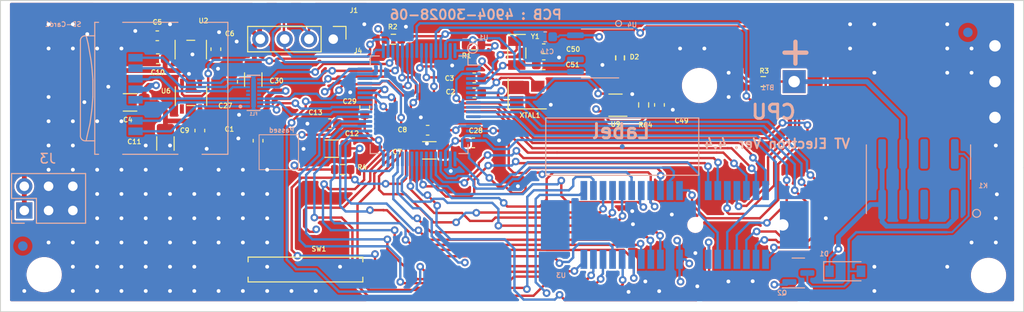
<source format=kicad_pcb>
(kicad_pcb (version 20240108) (generator "pcbnew") (generator_version "8.0")
  (layers (0 "F.Cu" signal) (1 "In1.Cu" signal) (2 "In2.Cu" signal) (31 "B.Cu" signal) (34 "B.Paste" user) (35 "F.Paste" user) (36 "B.SilkS" user "B.Silkscreen") (37 "F.SilkS" user "F.Silkscreen") (38 "B.Mask" user) (39 "F.Mask" user) (44 "Edge.Cuts" user))
  (net 0 "")
  (net 1 "GND")
  (net 2 "/OSC_OUT")
  (net 3 "/OSC_IN")
  (net 4 "/VDDA")
  (net 5 "Net-(U1A-VCAP)")
  (net 6 "Net-(FL1-Pad2)")
  (net 7 "Net-(FL1-Pad3)")
  (net 8 "Net-(FL1-Pad1)")
  (net 10 "Net-(FL1-Pad6)")
  (net 11 "Net-(FL1-Pad7)")
  (net 12 "Net-(FL1-Pad8)")
  (net 13 "/SDAT7")
  (net 16 "/uDTR")
  (net 17 "/uDCD")
  (net 18 "/uPWRKEY")
  (net 19 "/SWDIO")
  (net 20 "/SWCLK")
  (net 21 "/Alim")
  (net 22 "/uStatus")
  (net 23 "/RxD")
  (net 24 "/TxD")
  (net 25 "/SD_D2")
  (net 26 "/SD_D3")
  (net 27 "/SD_CMD")
  (net 28 "/SD_CLK")
  (net 29 "/SD_D0")
  (net 30 "/SD_D1")
  (net 31 "/SYN")
  (net 32 "/SCL")
  (net 33 "/SDAT2")
  (net 34 "/SCS")
  (net 35 "/SDAT3")
  (net 36 "/SDAT4")
  (net 37 "/SDAT5")
  (net 38 "/SDAT6")
  (net 39 "/+3V3")
  (net 40 "/RS485_RxD")
  (net 41 "/IRQ2")
  (net 42 "/READY")
  (net 43 "/SCLK")
  (net 44 "/MISO")
  (net 45 "/MOSI")
  (net 46 "/SS")
  (net 47 "/RS485_TxD")
  (net 48 "/RS485_DE")
  (net 49 "/NRST")
  (net 50 "/OSC32_IN")
  (net 51 "/OSC32_OUT")
  (net 52 "/Magnet")
  (net 53 "/BT_RxD")
  (net 54 "/BT_TxD")
  (net 55 "/LED3")
  (net 56 "/LED2")
  (net 57 "/LED1")
  (net 58 "/VBAT")
  (net 60 "/ADE_Reset")
  (net 61 "/SDAe")
  (net 62 "/SCLe")
  (net 63 "/StartMasura")
  (net 64 "/Main")
  (net 65 "/BT_RTS")
  (net 66 "/BT_CTS")
  (net 67 "Net-(FL1-SDDATA0)")
  (net 69 "/Mains")
  (net 70 "/+3V3_SD")
  (net 71 "/+5V")
  (net 72 "Net-(FL1-SDDATA2)")
  (net 74 "/Uext")
  (net 75 "/Batt_On")
  (net 77 "Net-(FL1-SDCLK)")
  (net 78 "Net-(FL1-SDCMD)")
  (net 79 "Net-(FL1-SDDATA3)")
  (net 80 "Net-(FL1-SDDATA1)")
  (footprint "Capacitor_SMD:C_0603_1608Metric" (layer "F.Cu") (at 133.0782 101.0528 180)
    (property "Reference" "C13")
    (property "Value" "100n")
  )
  (footprint "Resistor_SMD:R_0603_1608Metric" (layer "F.Cu") (at 139.7076 92.2136 180)
    (property "Reference" "R2")
    (property "Value" "10k")
  )
  (footprint "Package_TO_SOT_SMD:SC-82AA" (layer "F.Cu") (at 162.9336 99.112 180)
    (property "Reference" "U9")
    (property "Value" "XC6120N302NR-G" (hide yes))
  )
  (footprint "Fiducial:Fiducial_1mm_Mask2mm" (layer "F.Cu") (at 199.7864 91.493)
    (property "Reference" "FID3" (hide yes))
    (property "Value" "Fiducial" (hide yes))
  )
  (footprint "Capacitor_SMD:C_1206_3216Metric" (layer "F.Cu") (at 143.4668 103.8468 180)
    (property "Reference" "C7")
    (property "Value" "10u")
  )
  (footprint "Crystal:Crystal_SMD_SeikoEpson_TSX3225-4Pin_3.2x2.5mm" (layer "F.Cu") (at 153.703 97.9286)
    (property "Reference" "XTAL1")
    (property "Value" "403C11A16M00000" (hide yes))
  )
  (footprint "Capacitor_SMD:C_0603_1608Metric" (layer "F.Cu") (at 167.531 99.0866 -90)
    (property "Reference" "C49")
    (property "Value" "100n")
  )
  (footprint "Capacitor_SMD:C_0603_1608Metric" (layer "F.Cu") (at 119.4682 101.7732 90)
    (property "Reference" "C9")
    (property "Value" "1u")
  )
  (footprint "Resistor_SMD:R_0603_1608Metric" (layer "F.Cu") (at 148.0896 92.7978)
    (property "Reference" "R1")
    (property "Value" "10k")
  )
  (footprint "MountingHole:MountingHole_3.2mm_Simpla" (layer "F.Cu") (at 103.1902 116.8676)
    (property "Reference" "H1" (hide yes))
    (property "Value" "MountingHole" (hide yes))
  )
  (footprint "Capacitor_SMD:C_0603_1608Metric" (layer "F.Cu") (at 125.5582 102.8382 90)
    (property "Reference" "C1")
    (property "Value" "100n")
  )
  (footprint "Capacitor_SMD:C_0603_1608Metric" (layer "F.Cu") (at 136.7104 99.3256 90)
    (property "Reference" "C29")
    (property "Value" "100n")
  )
  (footprint "Connector_PinHeader_2.54mm:PinHeader_1x04_P2.54mm_Vertical" (layer "F.Cu") (at 133.4182 92.1982 -90)
    (property "Reference" "J4")
    (property "Value" "Conn_01x04_Male" (hide yes))
  )
  (footprint "Capacitor_SMD:C_0603_1608Metric" (layer "F.Cu") (at 115.0182 91.8482)
    (property "Reference" "C5")
    (property "Value" "1u")
  )
  (footprint "Crystal:Crystal_SMD_EuroQuartz_EQ161-2Pin_3.2x1.5mm" (layer "F.Cu") (at 152.6108 93.656 -90)
    (property "Reference" "Y1")
    (property "Value" "ECS-.327-6-34B-C-TR" (hide yes))
  )
  (footprint "AP3012KTR-G1:AP3012KTR-G1" (layer "F.Cu") (at 118.5182 93.2982 90)
    (property "Reference" "U2")
    (property "Value" "AP7343DQ-33W5-7" (hide yes))
  )
  (footprint "Capacitor_SMD:C_1206_3216Metric" (layer "F.Cu") (at 133.256 103.669 180)
    (property "Reference" "C12")
    (property "Value" "4,7u")
  )
  (footprint "Capacitor_SMD:C_0603_1608Metric" (layer "F.Cu") (at 155.4302 93.2042)
    (property "Reference" "C50")
    (property "Value" "10p")
  )
  (footprint "Capacitor_SMD:C_1206_3216Metric" (layer "F.Cu") (at 112.1682 98.8232 180)
    (property "Reference" "C4")
    (property "Value" "10u")
  )
  (footprint "Resistor_SMD:R_0603_1608Metric" (layer "F.Cu") (at 165.88 99.0866 90)
    (property "Reference" "R64")
    (property "Value" "1k")
  )
  (footprint "Capacitor_SMD:C_0603_1608Metric" (layer "F.Cu") (at 122.8928 96.6586 -90)
    (property "Reference" "C27")
    (property "Value" "100n")
  )
  (footprint "Button_Switch_SMD:SW_SPST_REED_CT10-XXXX-G1" (layer "F.Cu") (at 130.5128 116.3276 180)
    (property "Reference" "SW1")
    (property "Value" "CT10-1030-G1")
  )
  (footprint "Fiducial:Fiducial_1mm_Mask2mm" (layer "F.Cu") (at 101.5314 91.8326)
    (property "Reference" "FID2" (hide yes))
    (property "Value" "Fiducial" (hide yes))
  )
  (footprint "MountingHole:MountingHole_3.2mm_Simpla" (layer "F.Cu") (at 201.9454 116.9438)
    (property "Reference" "H2" (hide yes))
    (property "Value" "MountingHole" (hide yes))
  )
  (footprint "Capacitor_SMD:C_0603_1608Metric" (layer "F.Cu") (at 155.4302 94.8806)
    (property "Reference" "C51")
    (property "Value" "10p")
  )
  (footprint "Capacitor_SMD:C_1206_3216Metric" (layer "F.Cu") (at 115.8682 103.1282 90)
    (property "Reference" "C11")
    (property "Value" "10u")
  )
  (footprint "Resistor_SMD:R_0603_1608Metric" (layer "F.Cu") (at 178.3882 96.6382)
    (property "Reference" "R3")
    (property "Value" "0")
  )
  (footprint "Resistor_SMD:R_0603_1608Metric" (layer "F.Cu") (at 134.399 105.8534)
    (property "Reference" "R4")
    (property "Value" "10k")
  )
  (footprint "MountingHole:MountingHole_3.2mm_Simpla" (layer "F.Cu") (at 171.7194 97.0556)
    (property "Reference" "H3" (hide yes))
    (property "Value" "MountingHole" (hide yes))
  )
  (footprint "Connector_PinHeader_2.54mm:A_PinHeader_1x04_P2.54mm_Test" (layer "F.Cu") (at 133.34 89.4166 -90)
    (property "Reference" "J1")
    (property "Value" "Conn_01x04_Male" (hide yes))
  )
  (footprint "AP3012KTR-G1:AP3012KTR-G1" (layer "F.Cu") (at 118.5432 98.1732 -90)
    (property "Reference" "U6")
    (property "Value" "AP7343DQ-33W5-7" (hide yes))
  )
  (footprint "Capacitor_SMD:C_0603_1608Metric" (layer "F.Cu") (at 115.0682 94.2482 180)
    (property "Reference" "C10")
    (property "Value" "1u")
  )
  (footprint "Capacitor_SMD:C_0603_1608Metric" (layer "F.Cu") (at 143.289 101.7386 180)
    (property "Reference" "C8")
    (property "Value" "100n")
  )
  (footprint "Capacitor_SMD:C_0603_1608Metric" (layer "F.Cu") (at 148.0642 103.0594)
    (property "Reference" "C28")
    (property "Value" "100n")
  )
  (footprint "Capacitor_SMD:C_1206_3216Metric" (layer "F.Cu") (at 125.0518 96.4318 -90)
    (property "Reference" "C30")
    (property "Value" "10u")
  )
  (footprint "Capacitor_SMD:C_0603_1608Metric" (layer "F.Cu") (at 148.1658 97.827 180)
    (property "Reference" "C2")
    (property "Value" "10p")
  )
  (footprint "ESD:SOD-923_ONS" (layer "F.Cu") (at 163.4136 94.16 -90)
    (property "Reference" "D2")
    (property "Value" "ESD9B5.0ST5G" (hide yes))
  )
  (footprint "Capacitor_SMD:C_0603_1608Metric" (layer "F.Cu") (at 148.1658 96.2522 180)
    (property "Reference" "C3")
    (property "Value" "10p")
  )
  (footprint "Battery:HLC1520-3P" (layer "F.Cu") (at 181.6182 96.6482)
    (property "Reference" "BT1")
    (property "Value" "HLC1520-3P")
  )
  (footprint "Capacitor_SMD:C_0603_1608Metric" (layer "F.Cu") (at 121.1432 93.2482 90)
    (property "Reference" "C6")
    (property "Value" "1u")
  )
  (footprint "Fiducial:Fiducial_1mm_Mask2mm" (layer "F.Cu") (at 182.6082 118.6042)
    (property "Reference" "FID1" (hide yes))
    (property "Value" "Fiducial" (hide yes))
  )
  (footprint "Package_TO_SOT_SMD:SOT-23" (layer "B.Cu") (at 182.0572 116.6898)
    (property "Reference" "Q2")
    (property "Value" "DTC143T")
  )
  (footprint "Relay_SMD:Relay_Fujitsu_FTR-B4GA003" (layer "B.Cu") (at 194.6182 106.8732 90)
    (property "Reference" "K1")
    (property "Value" "FTR-B4GA003Z-B05")
  )
  (footprint "Package_QFP:LQFP-64_10x10mm_P0.5mm" (layer "B.Cu") (at 142.4 99.0716 180)
    (property "Reference" "U1")
    (property "Value" "STM32U575RIT6")
  )
  (footprint "Diode_SMD:D_SOD-123" (layer "B.Cu") (at 186.9594 116.512)
    (property "Reference" "D1")
    (property "Value" "1N4148W")
  )
  (footprint "CM1624:FIL_CM1624" (layer "B.Cu") (at 125.0857 97.827)
    (property "Reference" "FL1")
    (property "Value" "CM1624-08DE")
  )
  (footprint "Fiducial:Fiducial_1mm_Mask2mm" (layer "B.Cu") (at 100.955 113.8704 180)
    (property "Reference" "FID4" (hide yes))
    (property "Value" "Fiducial" (hide yes))
  )
  (footprint "Connector_PinSocket_2.54mm:PinSocket_2x03_P2.54mm_Vertical" (layer "B.Cu") (at 101.1082 110.1482 -90)
    (property "Reference" "J3")
    (property "Value" "DS1002-03-2*3131")
  )
  (footprint "Package_SO:SO-8_3.9x4.9mm_P1.27mm" (layer "B.Cu") (at 161.3182 93.6982 180)
    (property "Reference" "U4")
    (property "Value" "CAT24C512XE-T2")
  )
  (footprint "Symbol:Eticheta" (layer "B.Cu") (at 163.6422 103.4564 180)
    (property "Reference" "TP1" (hide yes))
    (property "Value" "Eticheta" (hide yes))
  )
  (footprint "PCI_SMD_MOD:10061913-100CLF" (layer "B.Cu") (at 171.2782 111.6582)
    (property "Reference" "U3")
    (property "Value" "10061913-100CLF")
  )
  (footprint "Capacitor_SMD:C_0603_1608Metric" (layer "B.Cu") (at 155.5904 91.9502 180)
    (property "Reference" "C14")
    (property "Value" "100n")
  )
  (footprint "Connector_Card:microSD_HC_Wuerth_693072010801" (layer "B.Cu") (at 114.2889 97.3482 -90)
    (property "Reference" "SD-Card1")
    (property "Value" "HC_Wuerth_693072010801" (hide yes))
  )
  (gr_rect (start 125.6692 102.2118) (end 129.784 105.8694) (stroke (width 0.1)) (fill none) (layer "B.SilkS"))
  (gr_line (start 98.6182 120.7482) (end 205.6182 120.7482) (stroke (width 0.1)) (layer "Edge.Cuts"))
  (gr_line (start 205.6182 120.7482) (end 205.6182 105.6482) (stroke (width 0.1)) (layer "Edge.Cuts"))
  (gr_line (start 98.6182 88.1482) (end 98.6182 120.7482) (stroke (width 0.1)) (layer "Edge.Cuts"))
  (gr_line (start 205.6182 88.1482) (end 98.6182 88.1482) (stroke (width 0.1)) (layer "Edge.Cuts"))
  (gr_line (start 205.6182 105.6482) (end 205.6182 88.1482) (stroke (width 0.1)) (layer "Edge.Cuts"))
  (gr_text "VT Electron Ver. 4.4\n" (at 179.822 103.1516 0) (layer "B.SilkS") (effects (font (size 1 1) (thickness 0.2)) (justify mirror)))
  (gr_text "Passed" (at 128.0314 101.7292 0) (layer "B.SilkS") (effects (font (size 0.5 0.5) (thickness 0.1)) (justify mirror)))
  (gr_text "PCB : 4904-30028-06" (at 148.326 89.6388 0) (layer "B.SilkS") (effects (font (size 1 1) (thickness 0.2)) (justify mirror)))
  (gr_text "Label" (at 163.5152 101.8562 0) (layer "B.SilkS") (effects (font (size 1.5 1.5) (thickness 0.3)) (justify mirror)))
  (gr_text "CPU" (at 179.4664 99.8242 0) (layer "B.SilkS") (effects (font (size 1.5 1.5) (thickness 0.3)) (justify mirror)))
  (segment (start 121.1432 92.4732) (end 123.2932 92.4732) (width 0.25) (layer "F.Cu") (net 1))
  (segment (start 113.2228 91.8482) (end 112.7152 91.3406) (width 0.25) (layer "F.Cu") (net 1))
  (segment (start 107.4182 98.8232) (end 107.3932 98.7982) (width 0.25) (layer "F.Cu") (net 1))
  (segment (start 135.2372 98.716) (end 136.545 98.716) (width 0.25) (layer "F.Cu") (net 1))
  (segment (start 122.8928 97.4336) (end 122.0286 97.4336) (width 0.25) (layer "F.Cu") (net 1))
  (segment (start 133.4182 89.4948) (end 133.34 89.4166) (width 0.2) (layer "F.Cu") (net 1))
  (segment (start 135.1942 97.7668) (end 135.978 98.5506) (width 0.25) (layer "F.Cu") (net 1))
  (segment (start 163.7586 98.462) (end 164.1424 98.462) (width 0.25) (layer "F.Cu") (net 1))
  (segment (start 130.335 103.669) (end 130.3096 103.6944) (width 0.25) (layer "F.Cu") (net 1))
  (segment (start 116.3004 104.6032) (end 115.8682 104.6032) (width 0.5) (layer "F.Cu") (net 1))
  (segment (start 150.5534 103.7198) (end 149.893 103.0594) (width 0.25) (layer "F.Cu") (net 1))
  (segment (start 156.992 94.0802) (end 157.0304 94.1186) (width 0.25) (layer "F.Cu") (net 1))
  (segment (start 120.1828 103.685) (end 119.4682 102.9704) (width 0.5) (layer "F.Cu") (net 1))
  (segment (start 135.978 98.5506) (end 136.7104 98.5506) (width 0.25) (layer "F.Cu") (net 1))
  (segment (start 156.2052 94.0802) (end 156.2052 93.2042) (width 0.25) (layer "F.Cu") (net 1))
  (segment (start 142.514 101.7386) (end 142.514 100.4562) (width 0.25) (layer "F.Cu") (net 1))
  (segment (start 146.4386 96.2522) (end 145.8544 95.668) (width 0.25) (layer "F.Cu") (net 1))
  (segment (start 124.5786 97.4336) (end 125.0518 97.9068) (width 0.25) (layer "F.Cu") (net 1))
  (segment (start 132.3032 100.3292) (end 133.002 99.6304) (width 0.25) (layer "F.Cu") (net 1))
  (segment (start 114.2932 91.8982) (end 114.2432 91.8482) (width 0.25) (layer "F.Cu") (net 1))
  (segment (start 133.4182 92.1982) (end 133.4182 89.4948) (width 0.2) (layer "F.Cu") (net 1))
  (segment (start 164.6862 97.9182) (end 164.6862 97.9585) (width 0.25) (layer "F.Cu") (net 1))
  (segment (start 107.6682 91.8482) (end 107.6432 91.8232) (width 0.25) (layer "F.Cu") (net 1))
  (segment (start 147.3908 97.827) (end 147.3908 96.2522) (width 0.25) (layer "F.Cu") (net 1))
  (segment (start 152.603 97.1286) (end 152.8694 97.1286) (width 0.2) (layer "F.Cu") (net 1))
  (segment (start 146.1682 91.0482) (end 146.0182 90.8982) (width 0.25) (layer "F.Cu") (net 1))
  (segment (start 141.9918 103.5692) (end 142.4254 103.1356) (width 0.25) (layer "F.Cu") (net 1))
  (segment (start 121.1432 92.4732) (end 121.1432 91.8026) (width 0.25) (layer "F.Cu") (net 1))
  (segment (start 149.893 103.0594) (end 148.8392 103.0594) (width 0.25) (layer "F.Cu") (net 1))
  (segment (start 145.8544 95.668) (end 145.8544 94.9568) (width 0.25) (layer "F.Cu") (net 1))
  (segment (start 123.2932 92.4732) (end 123.3182 92.4482) (width 0.25) (layer "F.Cu") (net 1))
  (segment (start 121.3432 95.3232) (end 121.3682 95.2982) (width 0.25) (layer "F.Cu") (net 1))
  (segment (start 167.797 99.5956) (end 167.531 99.8616) (width 0.25) (layer "F.Cu") (net 1))
  (segment (start 133.002 99.6304) (end 134.3228 99.6304) (width 0.25) (layer "F.Cu") (net 1))
  (segment (start 145.8544 94.9568) (end 146.1682 94.643) (width 0.25) (layer "F.Cu") (net 1))
  (segment (start 119.4682 102.9704) (end 119.4682 102.5482) (width 0.5) (layer "F.Cu") (net 1))
  (segment (start 147.3908 96.2522) (end 146.4386 96.2522) (width 0.25) (layer "F.Cu") (net 1))
  (segment (start 141.9918 102.2608) (end 142.514 101.7386) (width 0.25) (layer "F.Cu") (net 1))
  (segment (start 118.5432 96.051) (end 118.3286 95.8364) (width 0.25) (layer "F.Cu") (net 1))
  (segment (start 117.5158 105.8186) (end 116.3004 104.6032) (width 0.5) (layer "F.Cu") (net 1))
  (segment (start 156.2052 94.8806) (end 156.2052 94.0802) (width 0.25) (layer "F.Cu") (net 1))
  (segment (start 110.6932 97.98) (end 109.8958 97.1826) (width 0.2) (layer "F.Cu") (net 1))
  (segment (start 134.3228 99.6304) (end 135.2372 98.716) (width 0.25) (layer "F.Cu") (net 1))
  (segment (start 150.5534 105.4334) (end 150.5534 103.7198) (width 0.25) (layer "F.Cu") (net 1))
  (segment (start 156.2052 94.8806) (end 161.5506 94.8806) (width 0.25) (layer "F.Cu") (net 1))
  (segment (start 155.8238 98.7286) (end 156.1668 99.0716) (width 0.25) (layer "F.Cu") (net 1))
  (segment (start 123.4932 103.4432) (end 123.6632 103.6132) (width 0.25) (layer "F.Cu") (net 1))
  (segment (start 122.8928 97.4336) (end 124.5786 97.4336) (width 0.25) (layer "F.Cu") (net 1))
  (segment (start 131.781 103.669) (end 130.335 103.669) (width 0.25) (layer "F.Cu") (net 1))
  (segment (start 132.3032 101.0528) (end 132.3032 100.3292) (width 0.25) (layer "F.Cu") (net 1))
  (segment (start 114.2432 91.8482) (end 113.2228 91.8482) (width 0.25) (layer "F.Cu") (net 1))
  (segment (start 132.3032 101.0528) (end 130.716 101.0528) (width 0.25) (layer "F.Cu") (net 1))
  (segment (start 154.4694 98.7286) (end 154.803 98.7286) (width 0.2) (layer "F.Cu") (net 1))
  (segment (start 142.514 100.4562) (end 142.5778 100.3924) (width 0.25) (layer "F.Cu") (net 1))
  (segment (start 118.5432 96.83335) (end 118.5432 96.051) (width 0.25) (layer "F.Cu") (net 1))
  (segment (start 121.1432 91.8026) (end 121.4782 91.4676) (width 0.25) (layer "F.Cu") (net 1))
  (segment (start 123.4932 102.5982) (end 123.4932 103.4432) (width 0.25) (layer "F.Cu") (net 1))
  (segment (start 118.5182 93.9732) (end 118.6932 93.7982) (width 0.25) (layer "F.Cu") (net 1))
  (segment (start 152.7282 107.6082) (end 150.5534 105.4334) (width 0.25) (layer "F.Cu") (net 1))
  (segment (start 107.6432 91.7232) (end 107.6932 91.6732) (width 0.25) (layer "F.Cu") (net 1))
  (segment (start 141.9918 103.8468) (end 141.9918 103.5692) (width 0.25) (layer "F.Cu") (net 1))
  (segment (start 136.545 98.716) (end 136.7104 98.5506) (width 0.25) (layer "F.Cu") (net 1))
  (segment (start 110.6932 98.8232) (end 110.6932 97.98) (width 0.2) (layer "F.Cu") (net 1))
  (segment (start 146.1682 94.643) (end 146.1682 91.0482) (width 0.25) (layer "F.Cu") (net 1))
  (segment (start 142.4254 103.1356) (end 143.2128 103.1356) (width 0.25) (layer "F.Cu") (net 1))
  (segment (start 150.5026 103.0594) (end 150.7566 102.8054) (width 0.25) (layer "F.Cu") (net 1))
  (segment (start 154.803 98.7286) (end 155.8238 98.7286) (width 0.25) (layer "F.Cu") (net 1))
  (segment (start 114.2932 94.2482) (end 114.2932 91.8982) (width 0.25) (layer "F.Cu") (net 1))
  (segment (start 122.0286 97.4336) (end 121.3432 96.7482) (width 0.25) (layer "F.Cu") (net 1))
  (segment (start 118.5182 94.63805) (end 118.5182 93.9732) (width 0.25) (layer "F.Cu") (net 1))
  (segment (start 148.8392 103.0594) (end 150.5026 103.0594) (width 0.25) (layer "F.Cu") (net 1))
  (segment (start 125.0518 97.9068) (end 123.5682 99.3904) (width 0.25) (layer "F.Cu") (net 1))
  (segment (start 123.5682 99.3904) (end 123.5682 100.1232) (width 0.25) (layer "F.Cu") (net 1))
  (segment (start 168.9254 99.5956) (end 167.797 99.5956) (width 0.25) (layer "F.Cu") (net 1))
  (segment (start 125.5582 103.6132) (end 123.6632 103.6132) (width 0.25) (layer "F.Cu") (net 1))
  (segment (start 121.3432 96.7482) (end 121.3432 95.3232) (width 0.25) (layer "F.Cu") (net 1))
  (segment (start 141.9918 103.8468) (end 141.9918 102.2608) (width 0.25) (layer "F.Cu") (net 1))
  (segment (start 107.6432 91.8232) (end 107.6432 91.7232) (width 0.25) (layer "F.Cu") (net 1))
  (segment (start 156.2052 94.0802) (end 156.992 94.0802) (width 0.25) (layer "F.Cu") (net 1))
  (segment (start 152.8694 97.1286) (end 154.4694 98.7286) (width 0.2) (layer "F.Cu") (net 1))
  (segment (start 133.4182 89.8948) (end 133.34 89.8166) (width 0.2) (layer "F.Cu") (net 1))
  (segment (start 146.0182 90.8982) (end 141.0182 90.8982) (width 0.25) (layer "F.Cu") (net 1))
  (segment (start 164.1424 98.462) (end 164.6862 97.9182) (width 0.25) (layer "F.Cu") (net 1))
  (via (at 103.6482 90.6382) (size 0.8) (drill 0.4) (layers "F.Cu" "B.Cu") (net 1))
  (via (at 152.7282 107.6082) (size 0.8) (drill 0.4) (layers "F.Cu" "B.Cu") (net 1))
  (via (at 121.4282 113.4982) (size 0.8) (drill 0.4) (layers "F.Cu" "B.Cu") (net 1))
  (via (at 168.9254 99.5956) (size 0.8) (drill 0.4) (layers "F.Cu" "B.Cu") (net 1))
  (via (at 123.9682 118.5782) (size 0.8) (drill 0.4) (layers "F.Cu" "B.Cu") (net 1))
  (via (at 126.5082 118.5782) (size 0.8) (drill 0.4) (layers "F.Cu" "B.Cu") (net 1))
  (via (at 106.1882 118.5782) (size 0.8) (drill 0.4) (layers "F.Cu" "B.Cu") (net 1))
  (via (at 187.4682 90.6382) (size 0.8) (drill 0.4) (layers "F.Cu" "B.Cu") (net 1))
  (via (at 174.742 117.5788) (size 0.8) (drill 0.4) (layers "F.Cu" "B.Cu") (net 1))
  (via (at 177.282 117.5534) (size 0.8) (drill 0.4) (layers "F.Cu" "B.Cu") (net 1))
  (via (at 108.7282 116.0382) (size 0.8) (drill 0.4) (layers "F.Cu" "B.Cu") (net 1))
  (via (at 106.1882 113.4982) (size 0.8) (drill 0.4) (layers "F.Cu" "B.Cu") (net 1))
  (via (at 202.7082 100.7982) (size 0.8) (drill 0.4) (layers "F.Cu" "B.Cu") (net 1))
  (via (at 106.1882 103.3382) (size 0.8) (drill 0.4) (layers "F.Cu" "B.Cu") (net 1))
  (via (at 111.2682 110.9582) (size 0.8) (drill 0.4) (layers "F.Cu" "B.Cu") (net 1))
  (via (at 116.3482 118.5782) (size 0.8) (drill 0.4) (layers "F.Cu" "B.Cu") (net 1))
  (via (at 123.9682 113.4982) (size 0.8) (drill 0.4) (layers "F.Cu" "B.Cu") (net 1))
  (via (at 111.2682 108.4182) (size 0.8) (drill 0.4) (layers "F.Cu" "B.Cu") (net 1))
  (via (at 116.3482 116.0382) (size 0.8) (drill 0.4) (layers "F.Cu" "B.Cu") (net 1))
  (via (at 197.6282 93.1782) (size 0.8) (drill 0.4) (layers "F.Cu" "B.Cu") (net 1))
  (via (at 121.4282 105.8782) (size 0.8) (drill 0.4) (layers "F.Cu" "B.Cu") (net 1))
  (via (at 120.1828 103.685) (size 0.8) (drill 0.4) (layers "F.Cu" "B.Cu") (net 1))
  (via (at 174.7682 95.7182) (size 0.8) (drill 0.4) (layers "F.Cu" "B.Cu") (net 1))
  (via (at 197.6282 90.6382) (size 0.8) (drill 0.4) (layers "F.Cu" "B.Cu") (net 1))
  (via (at 168.8238 110.5684) (size 0.8) (drill 0.4) (layers "F.Cu" "B.Cu") (net 1))
  (via (at 126.5082 105.8782) (size 0.8) (drill 0.4) (layers "F.Cu" "B.Cu") (net 1))
  (via (at 106.1882 116.0382) (size 0.8) (drill 0.4) (layers "F.Cu" "B.Cu") (net 1))
  (via (at 112.7152 91.3406) (size 0.8) (drill 0.4) (layers "F.Cu" "B.Cu") (net 1))
  (via (at 111.2682 116.0382) (size 0.8) (drill 0.4) (layers "F.Cu" "B.Cu") (net 1))
  (via (at 107.3932 98.7982) (size 0.8) (drill 0.4) (layers "F.Cu" "B.Cu") (net 1))
  (via (at 121.4282 118.5782) (size 0.8) (drill 0.4) (layers "F.Cu" "B.Cu") (net 1))
  (via (at 106.1882 93.1782) (size 0.8) (drill 0.4) (layers "F.Cu" "B.Cu") (net 1))
  (via (at 141.0182 90.8982) (size 0.8) (drill 0.4) (layers "F.Cu" "B.Cu") (net 1))
  (via (at 169.6882 93.1782) (size 0.8) (drill 0.4) (layers "F.Cu" "B.Cu") (net 1))
  (via (at 116.3482 103.3382) (size 0.8) (drill 0.4) (layers "F.Cu" "B.Cu") (net 1))
  (via (at 145.8544 94.9568) (size 0.8) (drill 0.4) (layers "F.Cu" "B.Cu") (net 1))
  (via (at 111.2682 100.7982) (size 0.8) (drill 0.4) (layers "F.Cu" "B.Cu") (net 1))
  (via (at 108.7282 105.8782) (size 0.8) (drill 0.4) (layers "F.Cu" "B.Cu") (net 1))
  (via (at 134.1282 116.0382) (size 0.8) (drill 0.4) (layers "F.Cu" "B.Cu") (net 1))
  (via (at 121.4282 110.9582) (size 0.8) (drill 0.4) (layers "F.Cu" "B.Cu") (net 1))
  (via (at 101.1082 118.5782) (size 0.8) (drill 0.4) (layers "F.Cu" "B.Cu") (net 1))
  (via (at 111.2682 105.8782) (size 0.8) (drill 0.4) (layers "F.Cu" "B.Cu") (net 1))
  (via (at 118.8882 108.4182) (size 0.8) (drill 0.4) (layers "F.Cu" "B.Cu") (net 1))
  (via (at 126.5082 108.4182) (size 0.8) (drill 0.4) (layers "F.Cu" "B.Cu") (net 1))
  (via (at 103.6482 105.8782) (size 0.8) (drill 0.4) (layers "F.Cu" "B.Cu") (net 1))
  (via (at 202.8182 108.4482) (size 0.8) (drill 0.4) (layers "F.Cu" "B.Cu") (net 1))
  (via (at 157.0304 94.1186) (size 0.8) (drill 0.4) (layers "F.Cu" "B.Cu") (net 1))
  (via (at 106.1882 105.8782) (size 0.8) (drill 0.4) (layers "F.Cu" "B.Cu") (net 1))
  (via (at 164.3026 118.671) (size 0.8) (drill 0.4) (layers "F.Cu" "B.Cu") (net 1))
  (via (at 150.7566 102.8054) (size 0.8) (drill 0.4) (layers "F.Cu" "B.Cu") (net 1))
  (via (at 135.1942 97.7668) (size 0.8) (drill 0.4) (layers "F.Cu" "B.Cu") (net 1))
  (via (at 190.0082 90.6382) (size 0.8) (drill 0.4) (layers "F.Cu" "B.Cu") (net 1))
  (via (at 123.5682 100.1232) (size 0.8) (drill 0.4) (layers "F.Cu" "B.Cu") (net 1))
  (via (at 200.1682 95.7182) (size 0.8) (drill 0.4) (layers "F.Cu" "B.Cu") (net 1))
  (via (at 111.2682 118.5782) (size 0.8) (drill 0.4) (layers "F.Cu" "B.Cu") (net 1))
  (via (at 200.1682 93.1782) (size 0.8) (drill 0.4) (layers "F.Cu" "B.Cu") (net 1))
  (via (at 190.0082 95.7182) (size 0.8) (drill 0.4) (layers "F.Cu" "B.Cu") (net 1))
  (via (at 130.3096 103.6944) (size 0.8) (drill 0.4) (layers "F.Cu" "B.Cu") (net 1))
  (via (at 113.8082 105.8782) (size 0.8) (drill 0.4) (layers "F.Cu" "B.Cu") (net 1))
  (via (at 123.9682 105.8782) (size 0.8) (drill 0.4) (layers "F.Cu" "B.Cu") (net 1))
  (via (at 113.8082 116.0382) (size 0.8) (drill 0.4) (layers "F.Cu" "B.Cu") (net 1))
  (via (at 118.6932 93.7982) (size 0.8) (drill 0.4) (layers "F.Cu" "B.Cu") (net 1))
  (via (at 103.6482 103.3382) (size 0.8) (drill 0.4) (layers "F.Cu" "B.Cu") (net 1))
  (via (at 202.7082 110.9582) (size 0.8) (drill 0.4) (layers "F.Cu" "B.Cu") (net 1))
  (via (at 116.3482 110.9582) (size 0.8) (drill 0.4) (layers "F.Cu" "B.Cu") (net 1))
  (via (at 131.5882 118.5782) (size 0.8) (drill 0.4) (layers "F.Cu" "B.Cu") (net 1))
  (via (at 113.8082 103.3382) (size 0.8) (drill 0.4) (layers "F.Cu" "B.Cu") (net 1))
  (via (at 145.7098 106.016) (size 0.8) (drill 0.4) (layers "F.Cu" "B.Cu") (net 1))
  (via (at 190.0082 118.5782) (size 0.8) (drill 0.4) (layers "F.Cu" "B.Cu") (net 1))
  (via (at 121.3682 95.2982) (size 0.8) (drill 0.4) (layers "F.Cu" "B.Cu") (net 1))
  (via (at 108.7282 100.7982) (size 0.8) (drill 0.4) (layers "F.Cu" "B.Cu") (net 1))
  (via (at 121.4282 108.4182) (size 0.8) (drill 0.4) (layers "F.Cu" "B.Cu") (net 1))
  (via (at 129.0482 118.5782) (size 0.8) (drill 0.4) (layers "F.Cu" "B.Cu") (net 1))
  (via (at 171.4908 118.0868) (size 0.8) (drill 0.4) (layers "F.Cu" "B.Cu") (net 1))
  (via (at 202.7082 113.4982) (size 0.8) (drill 0.4) (layers "F.Cu" "B.Cu") (net 1))
  (via (at 164.7598 111.5844) (size 0.8) (drill 0.4) (layers "F.Cu" "B.Cu") (net 1))
  (via (at 108.7282 110.9582) (size 0.8) (drill 0.4) (layers "F.Cu" "B.Cu") (net 1))
  (via (at 174.7682 98.2582) (size 0.8) (drill 0.4) (layers "F.Cu" "B.Cu") (net 1))
  (via (at 118.8882 116.0382) (size 0.8) (drill 0.4) (layers "F.Cu" "B.Cu") (net 1))
  (via (at 123.9682 108.4182) (size 0.8) (drill 0.4) (layers "F.Cu" "B.Cu") (net 1))
  (via (at 108.7282 113.4982) (size 0.8) (drill 0.4) (layers "F.Cu" "B.Cu") (net 1))
  (via (at 113.8082 108.4182) (size 0.8) (drill 0.4) (layers "F.Cu" "B.Cu") (net 1))
  (via (at 126.5082 116.0382) (size 0.8) (drill 0.4) (layers "F.Cu" "B.Cu") (net 1))
  (via (at 161.5682 94.8982) (size 0.8) (drill 0.4) (layers "F.Cu" "B.Cu") (net 1))
  (via (at 106.1882 90.6382) (size 0.8) (drill 0.4) (layers "F.Cu" "B.Cu") (net 1))
  (via (at 118.8882 118.5782) (size 0.8) (drill 0.4) (layers "F.Cu" "B.Cu") (net 1))
  (via (at 142.5778 100.3924) (size 0.8) (drill 0.4) (layers "F.Cu" "B.Cu") (net 1))
  (via (at 156.1668 99.0716) (size 0.8) (drill 0.4) (layers "F.Cu" "B.Cu") (net 1))
  (via (at 116.3482 90.6382) (size 0.8) (drill 0.4) (layers "F.Cu" "B.Cu") (net 1))
  (via (at 107.6932 91.6732) (size 0.8) (drill 0.4) (layers "F.Cu" "B.Cu") (net 1))
  (via (at 167.503 118.5948) (size 0.8) (drill 0.4) (layers "F.Cu" "B.Cu") (net 1))
  (via (at 126.5082 110.9582) (size 0.8) (drill 0.4) (layers "F.Cu" "B.Cu") (net 1))
  (via (at 172.2282 93.1782) (size 0.8) (drill 0.4) (layers "F.Cu" "B.Cu") (net 1))
  (via (at 116.3482 108.4182) (size 0.8) (drill 0.4) (layers "F.Cu" "B.Cu") (net 1))
  (via (at 190.0082 116.0382) (size 0.8) (drill 0.4) (layers "F.Cu" "B.Cu") (net 1))
  (via (at 200.1682 113.4982) (size 0.8) (drill 0.4) (layers "F.Cu" "B.Cu") (net 1))
  (via (at 184.9282 110.9582) (size 0.8) (drill 0.4) (layers "F.Cu" "B.Cu") (net 1))
  (via (at 123.4932 102.5982) (size 0.8) (drill 0.4) (layers "F.Cu" "B.Cu") (net 1))
  (via (at 118.8882 110.9582) (size 0.8) (drill 0.4) (layers "F.Cu" "B.Cu") (net 1))
  (via (at 113.8082 110.9582) (size 0.8) (drill 0.4) (layers "F.Cu" "B.Cu") (net 1))
  (via (at 103.6482 100.7982) (size 0.8) (drill 0.4) (layers "F.Cu" "B.Cu") (net 1))
  (via (at 126.5082 113.4982) (size 0.8) (drill 0.4) (layers "F.Cu" "B.Cu") (net 1))
  (via (at 103.6482 98.2582) (size 0.8) (drill 0.4) (layers "F.Cu" "B.Cu") (net 1))
  (via (at 118.3286 95.8364) (size 0.8) (drill 0.4) (layers "F.Cu" "B.Cu") (net 1))
  (via (at 202.7082 103.3382) (size 0.8) (drill 0.4) (layers "F.Cu" "B.Cu") (net 1))
  (via (at 171.2876 114.607) (size 0.8) (drill 0.4) (layers "F.Cu" "B.Cu") (net 1))
  (via (at 109.8958 97.1826) (size 0.8) (drill 0.4) (layers "F.Cu" "B.Cu") (net 1))
  (via (at 164.6862 97.9585) (size 0.8) (drill 0.4) (layers "F.Cu" "B.Cu") (net 1))
  (via (at 103.6482 93.1782) (size 0.8) (drill 0.4) (layers "F.Cu" "B.Cu") (net 1))
  (via (at 118.8882 113.4982) (size 0.8) (drill 0.4) (layers "F.Cu" "B.Cu") (net 1))
  (via (at 116.3482 113.4982) (size 0.8) (drill 0.4) (layers "F.Cu" "B.Cu") (net 1))
  (via (at 117.5158 105.8186) (size 0.8) (drill 0.4) (layers "F.Cu" "B.Cu") (net 1))
  (via (at 187.4682 93.1782) (size 0.8) (drill 0.4) (layers "F.Cu" "B.Cu") (net 1))
  (via (at 108.7282 93.1782) (size 0.8) (drill 0.4) (layers "F.Cu" "B.Cu") (net 1))
  (via (at 108.7282 108.4182) (size 0.8) (drill 0.4) (layers "F.Cu" "B.Cu") (net 1))
  (via (at 143.2128 103.1356) (size 0.8) (drill 0.4) (layers "F.Cu" "B.Cu") (net 1))
  (via (at 113.8082 118.5782) (size 0.8) (drill 0.4) (layers "F.Cu" "B.Cu") (net 1))
  (via (at 166.0552 117.5788) (size 0.8) (drill 0.4) (layers "F.Cu" "B.Cu") (net 1))
  (via (at 130.716 101.0528) (size 0.8) (drill 0.4) (layers "F.Cu" "B.Cu") (net 1))
  (via (at 103.6482 113.4982) (size 0.8) (drill 0.4) (layers "F.Cu" "B.Cu") (net 1))
  (via (at 123.3182 92.4482) (size 0.8) (drill 0.4) (layers "F.Cu" "B.Cu") (net 1))
  (via (at 111.2682 93.1782) (size 0.8) (drill 0.4) (layers "F.Cu" "B.Cu") (net 1))
  (via (at 108.7282 118.5782) (size 0.8) (drill 0.4) (layers "F.Cu" "B.Cu") (net 1))
  (via (at 136.6682 90.6382) (size 0.8) (drill 0.4) (layers "F.Cu" "B.Cu") (net 1))
  (via (at 197.6282 116.0382) (size 0.8) (drill 0.4) (layers "F.Cu" "B.Cu") (net 1))
  (via (at 164.6836 110.2128) (size 0.8) (drill 0.4) (layers "F.Cu" "B.Cu") (net 1))
  (via (at 197.6282 95.7182) (size 0.8) (drill 0.4) (layers "F.Cu" "B.Cu") (net 1))
  (via (at 113.8082 113.4982) (size 0.8) (drill 0.4) (layers "F.Cu" "B.Cu") (net 1))
  (via (at 106.1882 100.7982) (size 0.8) (drill 0.4) (layers "F.Cu" "B.Cu") (net 1))
  (via (at 123.9682 110.9582) (size 0.8) (drill 0.4) (layers "F.Cu" "B.Cu") (net 1))
  (via (at 121.4782 91.4676) (size 0.8) (drill 0.4) (layers "F.Cu" "B.Cu") (net 1))
  (via (at 111.2682 113.4982) (size 0.8) (drill 0.4) (layers "F.Cu" "B.Cu") (net 1))
  (segment (start 145.7098 106.016) (end 145.65 105.9562) (width 0.25) (layer "B.Cu") (net 1))
  (segment (start 163.8932 95.6032) (end 163.8932 94.3332) (width 0.25) (layer "B.Cu") (net 1))
  (segment (start 163.8932 94.3332) (end 163.8932 93.0632) (width 0.25) (layer "B.Cu") (net 1))
  (segment (start 145.65 94.7524) (end 145.8544 94.9568) (width 0.25) (layer "B.Cu") (net 1))
  (segment (start 135.1942 97.7668) (end 134.7292 97.3018) (width 0.25) (layer "B.Cu") (net 1))
  (segment (start 134.7292 96.5316) (end 135.4392 95.8216) (width 0.25) (layer "B.Cu") (net 1))
  (segment (start 135.4392 95.8216) (end 136.725 95.8216) (width 0.25) (layer "B.Cu") (net 1))
  (segment (start 145.65 93.3966) (end 145.65 94.7524) (width 0.25) (layer "B.Cu") (net 1))
  (segment (start 145.7098 106.0726) (end 145.7098 106.016) (width 0.25) (layer "B.Cu") (net 1))
  (segment (start 143.007 100.8216) (end 142.5778 100.3924) (width 0.2) (layer "B.Cu") (net 1))
  (segment (start 145.65 105.9562) (end 145.65 104.7466) (width 0.25) (layer "B.Cu") (net 1))
  (segment (start 134.7292 97.3018) (end 134.7292 96.5316) (width 0.25) (layer "B.Cu") (net 1))
  (segment (start 148.075 100.8216) (end 143.007 100.8216) (width 0.2) (layer "B.Cu") (net 1))
  (segment (start 163.8932 93.0632) (end 163.8932 91.7932) (width 0.25) (layer "B.Cu") (net 1))
  (segment (start 150.993 97.6144) (end 150.7804 97.827) (width 0.25) (layer "F.Cu") (net 2))
  (segment (start 150.7804 97.827) (end 148.9408 97.827) (width 0.25) (layer "F.Cu") (net 2))
  (segment (start 150.646822 97.960578) (end 150.646822 98.149022) (width 0.25) (layer "F.Cu") (net 2))
  (segment (start 150.993 97.6144) (end 150.646822 97.960578) (width 0.25) (layer "F.Cu") (net 2))
  (segment (start 150.646822 98.149022) (end 151.2264 98.7286) (width 0.25) (layer "F.Cu") (net 2))
  (segment (start 151.2264 98.7286) (end 152.603 98.7286) (width 0.25) (layer "F.Cu") (net 2))
  (via (at 150.993 97.6144) (size 0.8) (drill 0.4) (layers "F.Cu" "B.Cu") (net 2))
  (segment (start 150.7914 97.6144) (end 150.5842 97.8216) (width 0.25) (layer "B.Cu") (net 2))
  (segment (start 150.5842 97.8216) (end 148.075 97.8216) (width 0.25) (layer "B.Cu") (net 2))
  (segment (start 150.993 97.6144) (end 150.7914 97.6144) (width 0.25) (layer "B.Cu") (net 2))
  (segment (start 154.0332 96.2522) (end 154.803 97.022) (width 0.25) (layer "F.Cu") (net 3))
  (segment (start 148.9408 96.2522) (end 149.9946 96.2522) (width 0.25) (layer "F.Cu") (net 3))
  (segment (start 150.9598 96.2522) (end 154.0332 96.2522) (width 0.25) (layer "F.Cu") (net 3))
  (segment (start 149.9946 96.2522) (end 150.4772 96.7348) (width 0.25) (layer "F.Cu") (net 3))
  (segment (start 154.803 97.022) (end 154.803 97.1286) (width 0.25) (layer "F.Cu") (net 3))
  (segment (start 150.4772 96.7348) (end 150.9598 96.2522) (width 0.25) (layer "F.Cu") (net 3))
  (via (at 150.4772 96.7348) (size 0.8) (drill 0.4) (layers "F.Cu" "B.Cu") (net 3))
  (segment (start 149.8904 97.3216) (end 150.4772 96.7348) (width 0.25) (layer "B.Cu") (net 3))
  (segment (start 148.075 97.3216) (end 149.8904 97.3216) (width 0.25) (layer "B.Cu") (net 3))
  (segment (start 145.067 101.7386) (end 144.064 101.7386) (width 0.25) (layer "F.Cu") (net 4))
  (segment (start 144.9418 103.8468) (end 144.9418 101.8638) (width 0.25) (layer "F.Cu") (net 4))
  (segment (start 146.2354 101.7386) (end 145.067 101.7386) (width 0.25) (layer "F.Cu") (net 4))
  (segment (start 144.9418 101.8638) (end 145.067 101.7386) (width 0.25) (layer "F.Cu") (net 4))
  (via (at 146.2354 101.7386) (size 0.8) (drill 0.4) (layers "F.Cu" "B.Cu") (net 4))
  (segment (start 148.075 101.3216) (end 146.6524 101.3216) (width 0.25) (layer "B.Cu") (net 4))
  (segment (start 146.6524 101.3216) (end 146.2354 101.7386) (width 0.25) (layer "B.Cu") (net 4))
  (segment (start 136.177 103.6436) (end 134.7564 103.6436) (width 0.25) (layer "F.Cu") (net 5))
  (segment (start 134.7564 103.6436) (end 134.731 103.669) (width 0.25) (layer "F.Cu") (net 5))
  (via (at 136.177 103.6436) (size 0.8) (drill 0.4) (layers "F.Cu" "B.Cu") (net 5))
  (segment (start 139.65 105.6316) (end 139.65 104.7466) (width 0.25) (layer "B.Cu") (net 5))
  (segment (start 135.8468 105.4978) (end 136.3548 106.0058) (width 0.25) (layer "B.Cu") (net 5))
  (segment (start 139.2758 106.0058) (end 139.65 105.6316) (width 0.25) (layer "B.Cu") (net 5))
  (segment (start 135.8468 103.9738) (end 135.8468 105.4978) (width 0.25) (layer "B.Cu") (net 5))
  (segment (start 136.177 103.6436) (end 135.8468 103.9738) (width 0.25) (layer "B.Cu") (net 5))
  (segment (start 136.3548 106.0058) (end 139.2758 106.0058) (width 0.25) (layer "B.Cu") (net 5))
  (segment (start 119.5036 98.827) (end 124.5107 98.827) (width 0.25) (layer "B.Cu") (net 6))
  (segment (start 117.1922 98.827) (end 115.271 100.7482) (width 0.25) (layer "B.Cu") (net 6))
  (segment (start 119.5036 98.827) (end 117.1922 98.827) (width 0.25) (layer "B.Cu") (net 6))
  (segment (start 115.271 100.7482) (end 112.7389 100.7482) (width 0.25) (layer "B.Cu") (net 6))
  (segment (start 112.8601 98.427) (end 112.7389 98.5482) (width 0.25) (layer "B.Cu") (net 7))
  (segment (start 115.9154 98.427) (end 112.8601 98.427) (width 0.25) (layer "B.Cu") (net 7))
  (segment (start 124.5107 98.427) (end 115.9154 98.427) (width 0.25) (layer "B.Cu") (net 7))
  (segment (start 117.5386 100.7278) (end 118.6013 99.6651) (width 0.25) (layer "B.Cu") (net 8))
  (segment (start 116.4182 101.8482) (end 112.7389 101.8482) (width 0.25) (layer "B.Cu") (net 8))
  (segment (start 118.6013 99.6651) (end 116.4182 101.8482) (width 0.25) (layer "B.Cu") (net 8))
  (segment (start 119.0394 99.227) (end 124.5107 99.227) (width 0.25) (layer "B.Cu") (net 8))
  (segment (start 117.0138 101.2526) (end 117.5386 100.7278) (width 0.25) (layer "B.Cu") (net 8))
  (segment (start 118.6013 99.6651) (end 119.0394 99.227) (width 0.25) (layer "B.Cu") (net 8))
  (segment (start 112.7859 96.3952) (end 112.7389 96.3482) (width 0.25) (layer "B.Cu") (net 10))
  (segment (start 116.8046 97.6398) (end 122.2402 97.6398) (width 0.25) (layer "B.Cu") (net 10))
  (segment (start 114.3154 96.192) (end 114.1122 96.3952) (width 0.25) (layer "B.Cu") (net 10))
  (segment (start 122.456 97.6906) (end 122.9196 97.227) (width 0.25) (layer "B.Cu") (net 10))
  (segment (start 114.1122 96.3952) (end 112.7859 96.3952) (width 0.25) (layer "B.Cu") (net 10))
  (segment (start 115.3695 96.2047) (end 116.2204 97.0556) (width 0.25) (layer "B.Cu") (net 10))
  (segment (start 115.3568 96.192) (end 114.3154 96.192) (width 0.25) (layer "B.Cu") (net 10))
  (segment (start 122.9196 97.227) (end 124.5107 97.227) (width 0.25) (layer "B.Cu") (net 10))
  (segment (start 122.2402 97.6398) (end 122.291 97.6906) (width 0.25) (layer "B.Cu") (net 10))
  (segment (start 116.2204 97.0556) (end 115.3568 96.192) (width 0.25) (layer "B.Cu") (net 10))
  (segment (start 122.291 97.6906) (end 122.456 97.6906) (width 0.25) (layer "B.Cu") (net 10))
  (segment (start 116.2204 97.0556) (end 116.8046 97.6398) (width 0.25) (layer "B.Cu") (net 10))
  (segment (start 122.5196 96.827) (end 122.1386 97.208) (width 0.25) (layer "B.Cu") (net 11))
  (segment (start 115.5306 95.2482) (end 112.7389 95.2482) (width 0.25) (layer "B.Cu") (net 11))
  (segment (start 117.4904 97.208) (end 115.5306 95.2482) (width 0.25) (layer "B.Cu") (net 11))
  (segment (start 124.5107 96.827) (end 122.5196 96.827) (width 0.25) (layer "B.Cu") (net 11))
  (segment (start 122.1386 97.208) (end 117.4904 97.208) (width 0.25) (layer "B.Cu") (net 11))
  (segment (start 122.018 96.427) (end 121.6688 96.7762) (width 0.25) (layer "B.Cu") (net 12))
  (segment (start 121.6688 96.7762) (end 118.2016 96.7762) (width 0.25) (layer "B.Cu") (net 12))
  (segment (start 124.5107 96.427) (end 122.018 96.427) (width 0.25) (layer "B.Cu") (net 12))
  (segment (start 118.2016 96.7762) (end 115.5736 94.1482) (width 0.25) (layer "B.Cu") (net 12))
  (segment (start 115.5736 94.1482) (end 112.7389 94.1482) (width 0.25) (layer "B.Cu") (net 12))
  (segment (start 157.0682 115.5982) (end 157.0682 115.6682) (width 0.25) (layer "F.Cu") (net 13))
  (segment (start 138.796136 97.468464) (end 138.491336 97.468464) (width 0.25) (layer "F.Cu") (net 13))
  (segment (start 137.8612 100.764) (end 138.8772 101.78) (width 0.25) (layer "F.Cu") (net 13))
  (segment (start 136.6482 105.9782) (end 136.6482 106.9382) (width 0.25) (layer "F.Cu") (net 13))
  (segment (start 138.8772 101.78) (end 138.8772 103.7492) (width 0.25) (layer "F.Cu") (net 13))
  (segment (start 156.4082 114.9382) (end 157.0682 115.5982) (width 0.25) (layer "F.Cu") (net 13))
  (segment (start 136.6482 106.9382) (end 135.6782 107.9082) (width 0.25) (layer "F.Cu") (net 13))
  (segment (start 135.6782 107.9082) (end 132.9882 107.9082) (width 0.25) (layer "F.Cu") (net 13))
  (segment (start 139.8382 113.4482) (end 139.8382 112.2082) (width 0.25) (layer "F.Cu") (net 13))
  (segment (start 137.8612 98.0986) (end 137.8612 100.764) (width 0.25) (layer "F.Cu") (net 13))
  (segment (start 132.9882 107.9082) (end 132.4582 107.3782) (width 0.25) (layer "F.Cu") (net 13))
  (segment (start 138.8772 103.7492) (end 136.6482 105.9782) (width 0.25) (layer "F.Cu") (net 13))
  (segment (start 141.3282 114.9382) (end 139.8382 113.4482) (width 0.25) (layer "F.Cu") (net 13))
  (segment (start 156.4082 114.9382) (end 141.3282 114.9382) (width 0.25) (layer "F.Cu") (net 13))
  (segment (start 138.491336 97.468464) (end 137.8612 98.0986) (width 0.25) (layer "F.Cu") (net 13))
  (via (at 157.0682 115.6682) (size 0.8) (drill 0.4) (layers "F.Cu" "B.Cu") (net 13))
  (via (at 132.4582 107.3782) (size 0.8) (drill 0.4) (layers "F.Cu" "B.Cu") (net 13))
  (via (at 138.796136 97.468464) (size 0.8) (drill 0.4) (layers "F.Cu" "B.Cu") (net 13))
  (via (at 139.8382 112.2082) (size 0.8) (drill 0.4) (layers "F.Cu" "B.Cu") (net 13))
  (segment (start 138.7932 97.4714) (end 138.796136 97.468464) (width 0.25) (layer "B.Cu") (net 13))
  (segment (start 159.1182 113.6182) (end 158.5082 114.2282) (width 0.25) (layer "B.Cu") (net 13))
  (segment (start 158.0482 115.5382) (end 157.1982 115.5382) (width 0.25) (layer "B.Cu") (net 13))
  (segment (start 133.1682 112.2082) (end 132.3437 111.3837) (width 0.25) (layer "B.Cu") (net 13))
  (segment (start 162.618199 113.978199) (end 162.2582 113.6182) (width 0.25) (layer "B.Cu") (net 13))
  (segment (start 157.1982 115.5382) (end 157.0682 115.6682) (width 0.25) (layer "B.Cu") (net 13))
  (segment (start 138.6434 97.3216) (end 138.7932 97.4714) (width 0.25) (layer "B.Cu") (net 13))
  (segment (start 136.725 97.3216) (end 138.6434 97.3216) (width 0.25) (layer "B.Cu") (net 13))
  (segment (start 158.5082 114.2282) (end 158.5082 115.0782) (width 0.25) (layer "B.Cu") (net 13))
  (segment (start 158.5082 115.0782) (end 158.0482 115.5382) (width 0.25) (layer "B.Cu") (net 13))
  (segment (start 139.8382 112.2082) (end 133.1682 112.2082) (width 0.25) (layer "B.Cu") (net 13))
  (segment (start 162.2582 113.6182) (end 159.1182 113.6182) (width 0.25) (layer "B.Cu") (net 13))
  (segment (start 132.3437 111.3837) (end 132.3437 110.8882) (width 0.25) (layer "B.Cu") (net 13))
  (segment (start 132.3437 110.8882) (end 132.3437 107.4927) (width 0.25) (layer "B.Cu") (net 13))
  (segment (start 162.618199 115.2282) (end 162.618199 113.978199) (width 0.25) (layer "B.Cu") (net 13))
  (segment (start 132.3437 107.4927) (end 132.4582 107.3782) (width 0.25) (layer "B.Cu") (net 13))
  (segment (start 184.0682 107.1282) (end 183.3682 106.4282) (width 0.25) (layer "F.Cu") (net 16))
  (segment (start 179.4982 114.0182) (end 183.2882 114.0182) (width 0.25) (layer "F.Cu") (net 16))
  (segment (start 183.2882 114.0182) (end 184.0682 113.2382) (width 0.25) (layer "F.Cu") (net 16))
  (segment (start 184.0682 113.2382) (end 184.0682 107.1282) (width 0.25) (layer "F.Cu") (net 16))
  (segment (start 183.3682 106.4282) (end 183.3182 106.4282) (width 0.25) (layer "F.Cu") (net 16))
  (via (at 183.3182 106.4282) (size 0.8) (drill 0.4) (layers "F.Cu" "B.Cu") (net 16))
  (via (at 179.4982 114.0182) (size 0.8) (drill 0.4) (layers "F.Cu" "B.Cu") (net 16))
  (segment (start 183.3182 106.4282) (end 182.9582 106.0682) (width 0.25) (layer "B.Cu") (net 16))
  (segment (start 179.4982 114.3882) (end 179.4982 114.0182) (width 0.25) (layer "B.Cu") (net 16))
  (segment (start 182.9582 104.9682) (end 178.8556 100.8656) (width 0.25) (layer "B.Cu") (net 16))
  (segment (start 153.8086 98.8216) (end 148.075 98.8216) (width 0.25) (layer "B.Cu") (net 16))
  (segment (start 182.9582 106.0682) (end 182.9582 104.9682) (width 0.25) (layer "B.Cu") (net 16))
  (segment (start 178.6282 115.2582) (end 179.4982 114.3882) (width 0.25) (layer "B.Cu") (net 16))
  (segment (start 178.8556 100.8656) (end 155.8526 100.8656) (width 0.25) (layer "B.Cu") (net 16))
  (segment (start 155.8526 100.8656) (end 153.8086 98.8216) (width 0.25) (layer "B.Cu") (net 16))
  (segment (start 182.9782 113.4682) (end 183.4582 112.9882) (width 0.25) (layer "F.Cu") (net 17))
  (segment (start 179.7082 113.2282) (end 179.9482 113.4682) (width 0.25) (layer "F.Cu") (net 17))
  (segment (start 183.4582 112.9882) (end 183.4582 108.2382) (width 0.25) (layer "F.Cu") (net 17))
  (segment (start 178.5082 113.2282) (end 179.7082 113.2282) (width 0.25) (layer "F.Cu") (net 17))
  (segment (start 179.9482 113.4682) (end 182.9782 113.4682) (width 0.25) (layer "F.Cu") (net 17))
  (segment (start 183.4582 108.2382) (end 182.3882 107.1682) (width 0.25) (layer "F.Cu") (net 17))
  (via (at 178.5082 113.2282) (size 0.8) (drill 0.4) (layers "F.Cu" "B.Cu") (net 17))
  (via (at 182.3882 107.1682) (size 0.8) (drill 0.4) (layers "F.Cu" "B.Cu") (net 17))
  (segment (start 182.3882 105.2382) (end 182.3882 107.1682) (width 0.25) (layer "B.Cu") (net 17))
  (segment (start 178.4474 101.2974) (end 182.3882 105.2382) (width 0.25) (layer "B.Cu") (net 17))
  (segment (start 177.618199 115.2282) (end 177.618199 113.818201) (width 0.25) (layer "B.Cu") (net 17))
  (segment (start 178.2082 113.2282) (end 178.5082 113.2282) (width 0.25) (layer "B.Cu") (net 17))
  (segment (start 155.1974 101.2974) (end 178.4474 101.2974) (width 0.25) (layer "B.Cu") (net 17))
  (segment (start 148.075 99.3216) (end 153.2164 99.3216) (width 0.25) (layer "B.Cu") (net 17))
  (segment (start 153.2164 99.3216) (end 154.0586 100.1638) (width 0.25) (layer "B.Cu") (net 17))
  (segment (start 154.0586 100.1638) (end 154.0638 100.1638) (width 0.25) (layer "B.Cu") (net 17))
  (segment (start 154.0638 100.1638) (end 155.1974 101.2974) (width 0.25) (layer "B.Cu") (net 17))
  (segment (start 177.618199 113.818201) (end 178.2082 113.2282) (width 0.25) (layer "B.Cu") (net 17))
  (segment (start 178.7682 111.4382) (end 180.781 109.4254) (width 0.25) (layer "F.Cu") (net 18))
  (segment (start 180.781 109.4254) (end 180.7872 109.4254) (width 0.25) (layer "F.Cu") (net 18))
  (segment (start 180.8382 109.3744) (end 180.8382 106.9682) (width 0.25) (layer "F.Cu") (net 18))
  (segment (start 180.7872 109.4254) (end 180.8382 109.3744) (width 0.25) (layer "F.Cu") (net 18))
  (via (at 180.8382 106.9682) (size 0.8) (drill 0.4) (layers "F.Cu" "B.Cu") (net 18))
  (via (at 178.7682 111.4382) (size 0.8) (drill 0.4) (layers "F.Cu" "B.Cu") (net 18))
  (segment (start 175.618198 112.748202) (end 175.8982 112.4682) (width 0.25) (layer "B.Cu") (net 18))
  (segment (start 176.9282 111.4382) (end 178.7682 111.4382) (width 0.25) (layer "B.Cu") (net 18))
  (segment (start 154.4482 102.2882) (end 177.7282 102.2882) (width 0.25) (layer "B.Cu") (net 18))
  (segment (start 177.7282 102.2882) (end 180.8382 105.3982) (width 0.25) (layer "B.Cu") (net 18))
  (segment (start 175.8982 112.4682) (end 176.9282 111.4382) (width 0.25) (layer "B.Cu") (net 18))
  (segment (start 152.4816 100.3216) (end 154.4482 102.2882) (width 0.25) (layer "B.Cu") (net 18))
  (segment (start 148.075 100.3216) (end 152.4816 100.3216) (width 0.25) (layer "B.Cu") (net 18))
  (segment (start 175.618198 115.2282) (end 175.618198 112.748202) (width 0.25) (layer "B.Cu") (net 18))
  (segment (start 180.8382 105.3982) (end 180.8382 106.9682) (width 0.25) (layer "B.Cu") (net 18))
  (segment (start 130.8782 92.1982) (end 130.8782 89.4948) (width 0.25) (layer "F.Cu") (net 19))
  (segment (start 130.8782 89.4948) (end 130.8 89.4166) (width 0.25) (layer "F.Cu") (net 19))
  (segment (start 127.1182 93.3482) (end 127.1182 91.4982) (width 0.25) (layer "B.Cu") (net 19))
  (segment (start 138.4122 95.9982) (end 138.4122 94.8552) (width 0.25) (layer "B.Cu") (net 19))
  (segment (start 138.0888 96.3216) (end 138.4122 95.9982) (width 0.25) (layer "B.Cu") (net 19))
  (segment (start 136.725 96.3216) (end 138.0888 96.3216) (width 0.25) (layer "B.Cu") (net 19))
  (segment (start 130.1182 90.8482) (end 130.8782 91.6082) (width 0.25) (layer "B.Cu") (net 19))
  (segment (start 127.1182 91.4982) (end 127.7682 90.8482) (width 0.25) (layer "B.Cu") (net 19))
  (segment (start 130.8782 91.6082) (end 130.8782 92.1982) (width 0.25) (layer "B.Cu") (net 19))
  (segment (start 138.1582 94.6012) (end 128.3712 94.6012) (width 0.25) (layer "B.Cu") (net 19))
  (segment (start 128.3712 94.6012) (end 127.1182 93.3482) (width 0.25) (layer "B.Cu") (net 19))
  (segment (start 127.7682 90.8482) (end 130.1182 90.8482) (width 0.25) (layer "B.Cu") (net 19))
  (segment (start 138.4122 94.8552) (end 138.1582 94.6012) (width 0.25) (layer "B.Cu") (net 19))
  (segment (start 128.26 92.12) (end 128.26 89.4166) (width 0.25) (layer "F.Cu") (net 20))
  (segment (start 128.3382 92.1982) (end 128.26 92.12) (width 0.25) (layer "F.Cu") (net 20))
  (segment (start 137.9042 93.3312) (end 138.5846 93.3312) (width 0.25) (layer "B.Cu") (net 20))
  (segment (start 137.6502 93.763) (end 137.6502 93.5852) (width 0.25) (layer "B.Cu") (net 20))
  (segment (start 137.3962 94.017) (end 137.6502 93.763) (width 0.25) (layer "B.Cu") (net 20))
  (segment (start 128.3382 93.2182) (end 129.137 94.017) (width 0.25) (layer "B.Cu") (net 20))
  (segment (start 137.6502 93.5852) (end 137.9042 93.3312) (width 0.25) (layer "B.Cu") (net 20))
  (segment (start 129.137 94.017) (end 137.3962 94.017) (width 0.25) (layer "B.Cu") (net 20))
  (segment (start 128.3382 92.1982) (end 128.3382 93.2182) (width 0.25) (layer "B.Cu") (net 20))
  (segment (start 138.5846 93.3312) (end 138.65 93.3966) (width 0.25) (layer "B.Cu") (net 20))
  (segment (start 172.6782 113.4782) (end 172.7282 113.5282) (width 0.25) (layer "F.Cu") (net 21))
  (segment (start 157.6446 119.5346) (end 157.0882 118.9782) (width 0.25) (layer "F.Cu") (net 21))
  (segment (start 172.7282 118.1882) (end 171.3818 119.5346) (width 0.25) (layer "F.Cu") (net 21))
  (segment (start 172.7282 113.5282) (end 172.7282 118.1882) (width 0.25) (layer "F.Cu") (net 21))
  (segment (start 171.3818 119.5346) (end 157.6446 119.5346) (width 0.25) (layer "F.Cu") (net 21))
  (segment (start 143.2714 108.5364) (end 144.2882 109.5532) (width 0.25) (layer "F.Cu") (net 21))
  (segment (start 144.2882 109.5532) (end 144.2882 109.6382) (width 0.25) (layer "F.Cu") (net 21))
  (via (at 157.0882 118.9782) (size 0.8) (drill 0.4) (layers "F.Cu" "B.Cu") (net 21))
  (via (at 172.6782 113.4782) (size 0.8) (drill 0.4) (layers "F.Cu" "B.Cu") (net 21))
  (via (at 144.2882 109.6382) (size 0.8) (drill 0.4) (layers "F.Cu" "B.Cu") (net 21))
  (via (at 143.2714 108.5364) (size 0.8) (drill 0.4) (layers "F.Cu" "B.Cu") (net 21))
  (segment (start 157.0882 118.9782) (end 156.58772 119.47868) (width 0.25) (layer "B.Cu") (net 21))
  (segment (start 151.3582 113.1582) (end 145.6682 113.1582) (width 0.25) (layer "B.Cu") (net 21))
  (segment (start 156.58772 119.47868) (end 153.32868 119.47868) (width 0.25) (layer "B.Cu") (net 21))
  (segment (start 144.2182 111.7082) (end 144.2182 109.7082) (width 0.25) (layer "B.Cu") (net 21))
  (segment (start 152.3682 114.1682) (end 151.3582 113.1582) (width 0.25) (layer "B.Cu") (net 21))
  (segment (start 144.2182 109.7082) (end 144.2882 109.6382) (width 0.25) (layer "B.Cu") (net 21))
  (segment (start 152.3682 118.5182) (end 152.3682 114.1682) (width 0.25) (layer "B.Cu") (net 21))
  (segment (start 142.7888 108.5364) (end 142.15 107.8976) (width 0.25) (layer "B.Cu") (net 21))
  (segment (start 143.2714 108.5364) (end 142.7888 108.5364) (width 0.25) (layer "B.Cu") (net 21))
  (segment (start 172.6782 113.4782) (end 172.6782 115.168199) (width 0.25) (layer "B.Cu") (net 21))
  (segment (start 145.6682 113.1582) (end 144.2182 111.7082) (width 0.25) (layer "B.Cu") (net 21))
  (segment (start 172.6782 115.168199) (end 172.618199 115.2282) (width 0.25) (layer "B.Cu") (net 21))
  (segment (start 142.15 107.8976) (end 142.15 104.7466) (width 0.25) (layer "B.Cu") (net 21))
  (segment (start 153.32868 119.47868) (end 152.3682 118.5182) (width 0.25) (layer "B.Cu") (net 21))
  (segment (start 182.9082 112.3282) (end 182.9082 109.2582) (width 0.25) (layer "F.Cu") (net 22))
  (segment (start 179.6882 112.3482) (end 180.2782 112.9382) (width 0.25) (layer "F.Cu") (net 22))
  (segment (start 182.9082 109.2582) (end 181.6782 108.0282) (width 0.25) (layer "F.Cu") (net 22))
  (segment (start 180.2782 112.9382) (end 182.2982 112.9382) (width 0.25) (layer "F.Cu") (net 22))
  (segment (start 182.2982 112.9382) (end 182.9082 112.3282) (width 0.25) (layer "F.Cu") (net 22))
  (segment (start 177.6982 112.3482) (end 179.6882 112.3482) (width 0.25) (layer "F.Cu") (net 22))
  (via (at 177.6982 112.3482) (size 0.8) (drill 0.4) (layers "F.Cu" "B.Cu") (net 22))
  (via (at 181.6782 108.0282) (size 0.8) (drill 0.4) (layers "F.Cu" "B.Cu") (net 22))
  (segment (start 176.618199 115.2282) (end 176.618199 113.238201) (width 0.25) (layer "B.Cu") (net 22))
  (segment (start 181.6782 105.2982) (end 181.6782 108.0282) (width 0.25) (layer "B.Cu") (net 22))
  (segment (start 148.100001 99.846601) (end 153.004801 99.846601) (width 0.25) (layer "B.Cu") (net 22))
  (segment (start 176.618199 113.238201) (end 177.5082 112.3482) (width 0.25) (layer "B.Cu") (net 22))
  (segment (start 177.5082 112.3482) (end 177.6982 112.3482) (width 0.25) (layer "B.Cu") (net 22))
  (segment (start 178.1182 101.7382) (end 181.6782 105.2982) (width 0.25) (layer "B.Cu") (net 22))
  (segment (start 153.004801 99.846601) (end 154.8964 101.7382) (width 0.25) (layer "B.Cu") (net 22))
  (segment (start 154.8964 101.7382) (end 178.1182 101.7382) (width 0.25) (layer "B.Cu") (net 22))
  (segment (start 148.075 99.8216) (end 148.100001 99.846601) (width 0.25) (layer "B.Cu") (net 22))
  (segment (start 150.9382 107.4282) (end 148.7282 107.4282) (width 0.25) (layer "B.Cu") (net 23))
  (segment (start 170.4514 105.0914) (end 153.755 105.0914) (width 0.25) (layer "B.Cu") (net 23))
  (segment (start 146.3466 104.7466) (end 146.15 104.7466) (width 0.25) (layer "B.Cu") (net 23))
  (segment (start 153.755 105.0914) (end 152.4782 106.3682) (width 0.25) (layer "B.Cu") (net 23))
  (segment (start 148.5682 106.9682) (end 146.3466 104.7466) (width 0.25) (layer "B.Cu") (net 23))
  (segment (start 171.6682 106.3082) (end 170.4514 105.0914) (width 0.25) (layer "B.Cu") (net 23))
  (segment (start 173.6182 115.2282) (end 173.6182 112.4582) (width 0.25) (layer "B.Cu") (net 23))
  (segment (start 173.6182 112.4582) (end 171.6682 110.5082) (width 0.25) (layer "B.Cu") (net 23))
  (segment (start 151.9982 106.3682) (end 150.9382 107.4282) (width 0.25) (layer "B.Cu") (net 23))
  (segment (start 171.6682 110.5082) (end 171.6682 106.3082) (width 0.25) (layer "B.Cu") (net 23))
  (segment (start 148.7282 107.4282) (end 148.5682 107.2682) (width 0.25) (layer "B.Cu") (net 23))
  (segment (start 148.5682 107.2682) (end 148.5682 106.9682) (width 0.25) (layer "B.Cu") (net 23))
  (segment (start 152.4782 106.3682) (end 151.9982 106.3682) (width 0.25) (layer "B.Cu") (net 23))
  (segment (start 177.3782 102.7582) (end 179.6882 105.0682) (width 0.25) (layer "B.Cu") (net 24))
  (segment (start 149.3422 102.8216) (end 150.231 103.7104) (width 0.25) (layer "B.Cu") (net 24))
  (segment (start 174.618198 112.408202) (end 174.618198 115.2282) (width 0.25) (layer "B.Cu") (net 24))
  (segment (start 152.6818 102.7582) (end 177.3782 102.7582) (width 0.25) (layer "B.Cu") (net 24))
  (segment (start 177.3682 109.6582) (end 174.618198 112.408202) (width 0.25) (layer "B.Cu") (net 24))
  (segment (start 150.231 103.7104) (end 151.7296 103.7104) (width 0.25) (layer "B.Cu") (net 24))
  (segment (start 179.0382 109.6582) (end 177.3682 109.6582) (width 0.25) (layer "B.Cu") (net 24))
  (segment (start 148.075 102.8216) (end 149.3422 102.8216) (width 0.25) (layer "B.Cu") (net 24))
  (segment (start 179.6882 105.0682) (end 179.6882 109.0082) (width 0.25) (layer "B.Cu") (net 24))
  (segment (start 151.7296 103.7104) (end 152.6818 102.7582) (width 0.25) (layer "B.Cu") (net 24))
  (segment (start 179.6882 109.0082) (end 179.0382 109.6582) (width 0.25) (layer "B.Cu") (net 24))
  (segment (start 131.5288 95.6426) (end 132.3732 94.7982) (width 0.25) (layer "F.Cu") (net 25))
  (segment (start 139.2058 94.7982) (end 139.3012 94.7028) (width 0.25) (layer "F.Cu") (net 25))
  (segment (start 132.3732 94.7982) (end 139.2058 94.7982) (width 0.25) (layer "F.Cu") (net 25))
  (via (at 139.3012 94.7028) (size 0.8) (drill 0.4) (layers "F.Cu" "B.Cu") (net 25))
  (via (at 131.5288 95.6426) (size 0.8) (drill 0.4) (layers "F.Cu" "B.Cu") (net 25))
  (segment (start 125.6607 96.427) (end 126.8894 96.427) (width 0.25) (layer "B.Cu") (net 25))
  (segment (start 139.65 94.354) (end 139.3012 94.7028) (width 0.25) (layer "B.Cu") (net 25))
  (segment (start 127.6738 95.6426) (end 131.5288 95.6426) (width 0.25) (layer "B.Cu") (net 25))
  (segment (start 139.65 93.3966) (end 139.65 94.354) (width 0.25) (layer "B.Cu") (net 25))
  (segment (start 126.8894 96.427) (end 127.6738 95.6426) (width 0.25) (layer "B.Cu") (net 25))
  (segment (start 139.86 95.5156) (end 139.8854 95.4902) (width 0.25) (layer "F.Cu") (net 26))
  (segment (start 133.3068 95.5156) (end 139.86 95.5156) (width 0.25) (layer "F.Cu") (net 26))
  (via (at 139.8854 95.4902) (size 0.8) (drill 0.4) (layers "F.Cu" "B.Cu") (net 26))
  (via (at 133.3068 95.5156) (size 0.8) (drill 0.4) (layers "F.Cu" "B.Cu") (net 26))
  (segment (start 127.3394 96.827) (end 127.8083 96.3581) (width 0.25) (layer "B.Cu") (net 26))
  (segment (start 140.15 95.2256) (end 139.8854 95.4902) (width 0.25) (layer "B.Cu") (net 26))
  (segment (start 132.5702 95.541) (end 133.2814 95.541) (width 0.25) (layer "B.Cu") (net 26))
  (segment (start 127.8083 96.3581) (end 131.7531 96.3581) (width 0.25) (layer "B.Cu") (net 26))
  (segment (start 131.7531 96.3581) (end 132.5702 95.541) (width 0.25) (layer "B.Cu") (net 26))
  (segment (start 125.6607 96.827) (end 127.3394 96.827) (width 0.25) (layer "B.Cu") (net 26))
  (segment (start 133.2814 95.541) (end 133.3068 95.5156) (width 0.25) (layer "B.Cu") (net 26))
  (segment (start 140.15 93.3966) (end 140.15 95.2256) (width 0.25) (layer "B.Cu") (net 26))
  (segment (start 140.1648 96.9126) (end 140.1648 96.9208) (width 0.25) (layer "F.Cu") (net 27))
  (segment (start 140.1648 96.9208) (end 140.4266 97.1826) (width 0.25) (layer "F.Cu") (net 27))
  (segment (start 140.4266 97.1826) (end 141.1124 97.1826) (width 0.25) (layer "F.Cu") (net 27))
  (segment (start 139.3793 96.1271) (end 140.1648 96.9126) (width 0.25) (layer "F.Cu") (net 27))
  (segment (start 132.875 96.3538) (end 133.6878 96.3538) (width 0.25) (layer "F.Cu") (net 27))
  (segment (start 133.6878 96.3538) (end 133.9145 96.1271) (width 0.25) (layer "F.Cu") (net 27))
  (segment (start 141.1124 97.1826) (end 141.2394 97.0556) (width 0.25) (layer "F.Cu") (net 27))
  (segment (start 133.9145 96.1271) (end 139.3793 96.1271) (width 0.25) (layer "F.Cu") (net 27))
  (via (at 141.2394 97.0556) (size 0.8) (drill 0.4) (layers "F.Cu" "B.Cu") (net 27))
  (via (at 132.875 96.3538) (size 0.8) (drill 0.4) (layers "F.Cu" "B.Cu") (net 27))
  (segment (start 127.7644 97.227) (end 128.1932 96.7982) (width 0.25) (layer "B.Cu") (net 27))
  (segment (start 132.4306 96.7982) (end 132.875 96.3538) (width 0.25) (layer "B.Cu") (net 27))
  (segment (start 128.1932 96.7982) (end 132.4306 96.7982) (width 0.25) (layer "B.Cu") (net 27))
  (segment (start 141.15 93.3966) (end 141.15 95.493) (width 0.2) (layer "B.Cu") (net 27))
  (segment (start 141.2394 95.5824) (end 141.2394 97.0556) (width 0.2) (layer "B.Cu") (net 27))
  (segment (start 125.6607 97.227) (end 127.7644 97.227) (width 0.25) (layer "B.Cu") (net 27))
  (segment (start 141.15 95.493) (end 141.2394 95.5824) (width 0.2) (layer "B.Cu") (net 27))
  (segment (start 134.018 97.4206) (end 134.515511 96.923089) (width 0.25) (layer "F.Cu") (net 28))
  (segment (start 141.6286 96.319) (end 141.6204 96.319) (width 0.25) (layer "F.Cu") (net 28))
  (segment (start 140.7142 98.097) (end 141.6712 98.097) (width 0.25) (layer "F.Cu") (net 28))
  (segment (start 134.515511 96.923089) (end 138.243311 96.923089) (width 0.25) (layer "F.Cu") (net 28))
  (segment (start 141.6712 98.097) (end 142.0698 97.6984) (width 0.25) (layer "F.Cu") (net 28))
  (segment (start 141.4934 96.192) (end 140.6552 96.192) (width 0.25) (layer "F.Cu") (net 28))
  (segment (start 138.5568 96.6096) (end 139.2268 96.6096) (width 0.25) (layer "F.Cu") (net 28))
  (segment (start 142.0698 97.6984) (end 142.0698 96.7602) (width 0.25) (layer "F.Cu") (net 28))
  (segment (start 134.018 97.5476) (end 134.018 97.4206) (width 0.25) (layer "F.Cu") (net 28))
  (segment (start 140.6552 96.192) (end 140.6044 96.2428) (width 0.25) (layer "F.Cu") (net 28))
  (segment (start 142.0698 96.7602) (end 141.6286 96.319) (width 0.25) (layer "F.Cu") (net 28))
  (segment (start 141.6204 96.319) (end 141.4934 96.192) (width 0.25) (layer "F.Cu") (net 28))
  (segment (start 139.2268 96.6096) (end 140.7142 98.097) (width 0.25) (layer "F.Cu") (net 28))
  (segment (start 138.243311 96.923089) (end 138.5568 96.6096) (width 0.25) (layer "F.Cu") (net 28))
  (via (at 140.6044 96.2428) (size 0.8) (drill 0.4) (layers "F.Cu" "B.Cu") (net 28))
  (via (at 134.018 97.5476) (size 0.8) (drill 0.4) (layers "F.Cu" "B.Cu") (net 28))
  (segment (start 132.1988 98.4208) (end 131.6972 97.9192) (width 0.25) (layer "B.Cu") (net 28))
  (segment (start 140.65 93.3966) (end 140.65 96.1972) (width 0.25) (layer "B.Cu") (net 28))
  (segment (start 129.3972 97.9192) (end 128.8932 98.4232) (width 0.25) (layer "B.Cu") (net 28))
  (segment (start 127.9644 98.427) (end 125.6607 98.427) (width 0.25) (layer "B.Cu") (net 28))
  (segment (start 132.1988 98.427) (end 132.1988 98.4208) (width 0.25) (layer "B.Cu") (net 28))
  (segment (start 133.1386 98.427) (end 132.1988 98.427) (width 0.25) (layer "B.Cu") (net 28))
  (segment (start 128.8932 98.4232) (end 127.9682 98.4232) (width 0.25) (layer "B.Cu") (net 28))
  (segment (start 134.018 97.5476) (end 133.1386 98.427) (width 0.25) (layer "B.Cu") (net 28))
  (segment (start 140.65 96.1972) (end 140.6044 96.2428) (width 0.25) (layer "B.Cu") (net 28))
  (segment (start 131.6972 97.9192) (end 129.3972 97.9192) (width 0.25) (layer "B.Cu") (net 28))
  (segment (start 127.9682 98.4232) (end 127.9644 98.427) (width 0.25) (layer "B.Cu") (net 28))
  (segment (start 133.3934 99.8216) (end 133.1368 100.0782) (width 0.25) (layer "B.Cu") (net 29))
  (segment (start 127.8044 98.827) (end 125.6607 98.827) (width 0.25) (layer "B.Cu") (net 29))
  (segment (start 136.725 99.8216) (end 133.3934 99.8216) (width 0.25) (layer "B.Cu") (net 29))
  (segment (start 133.1368 100.0782) (end 129.0556 100.0782) (width 0.25) (layer "B.Cu") (net 29))
  (segment (start 129.0556 100.0782) (end 127.8044 98.827) (width 0.25) (layer "B.Cu") (net 29))
  (segment (start 127.801189 98.913011) (end 127.4902 99.224) (width 0.25) (layer "F.Cu") (net 30))
  (segment (start 129.458011 98.913011) (end 127.801189 98.913011) (width 0.25) (layer "F.Cu") (net 30))
  (segment (start 127.4902 99.224) (end 127.4902 99.605) (width 0.25) (layer "F.Cu") (net 30))
  (via (at 129.458011 98.913011) (size 0.8) (drill 0.4) (layers "F.Cu" "B.Cu") (net 30))
  (via (at 127.4902 99.605) (size 0.8) (drill 0.4) (layers "F.Cu" "B.Cu") (net 30))
  (segment (start 136.725 99.3216) (end 133.2838 99.3216) (width 0.25) (layer "B.Cu") (net 30))
  (segment (start 127.1122 99.227) (end 127.4902 99.605) (width 0.25) (layer "B.Cu") (net 30))
  (segment (start 130.01708 99.47208) (end 129.458011 98.913011) (width 0.25) (layer "B.Cu") (net 30))
  (segment (start 133.2838 99.3216) (end 133.13332 99.47208) (width 0.25) (layer "B.Cu") (net 30))
  (segment (start 125.6607 99.227) (end 127.1122 99.227) (width 0.25) (layer "B.Cu") (net 30))
  (segment (start 133.13332 99.47208) (end 130.01708 99.47208) (width 0.25) (layer "B.Cu") (net 30))
  (segment (start 152.317 117.0708) (end 155.8666 117.0708) (width 0.25) (layer "F.Cu") (net 31))
  (segment (start 151.6296 117.7582) (end 152.317 117.0708) (width 0.25) (layer "F.Cu") (net 31))
  (segment (start 156.554 117.7582) (end 160.9482 117.7582) (width 0.25) (layer "F.Cu") (net 31))
  (segment (start 140.5582 117.7582) (end 151.6296 117.7582) (width 0.25) (layer "F.Cu") (net 31))
  (segment (start 160.9482 117.7582) (end 161.3882 117.3182) (width 0.25) (layer "F.Cu") (net 31))
  (segment (start 155.8666 117.0708) (end 156.554 117.7582) (width 0.25) (layer "F.Cu") (net 31))
  (segment (start 140.4282 117.6282) (end 140.5582 117.7582) (width 0.25) (layer "F.Cu") (net 31))
  (via (at 140.4282 117.6282) (size 0.8) (drill 0.4) (layers "F.Cu" "B.Cu") (net 31))
  (via (at 161.3882 117.3182) (size 0.8) (drill 0.4) (layers "F.Cu" "B.Cu") (net 31))
  (segment (start 161.3882 116.9982) (end 161.6182 116.7682) (width 0.25) (layer "B.Cu") (net 31))
  (segment (start 161.3882 117.3182) (end 161.3882 116.9982) (width 0.25) (layer "B.Cu") (net 31))
  (segment (start 129.8982 106.3882) (end 129.8982 113.2582) (width 0.25) (layer "B.Cu") (net 31))
  (segment (start 140.4282 115.1896) (end 140.4282 117.6282) (width 0.25) (layer "B.Cu") (net 31))
  (segment (start 161.618198 116.768198) (end 161.618198 115.2282) (width 0.25) (layer "B.Cu") (net 31))
  (segment (start 161.6182 116.7682) (end 161.618198 116.768198) (width 0.25) (layer "B.Cu") (net 31))
  (segment (start 129.8982 113.2582) (end 130.5382 113.8982) (width 0.25) (layer "B.Cu") (net 31))
  (segment (start 139.1368 113.8982) (end 140.4282 115.1896) (width 0.25) (layer "B.Cu") (net 31))
  (segment (start 131.9606 102.2466) (end 131.9606 104.3258) (width 0.25) (layer "B.Cu") (net 31))
  (segment (start 130.5382 113.8982) (end 139.1368 113.8982) (width 0.25) (layer "B.Cu") (net 31))
  (segment (start 131.9606 104.3258) (end 129.8982 106.3882) (width 0.25) (layer "B.Cu") (net 31))
  (segment (start 136.725 100.3216) (end 133.8856 100.3216) (width 0.25) (layer "B.Cu") (net 31))
  (segment (start 133.8856 100.3216) (end 131.9606 102.2466) (width 0.25) (layer "B.Cu") (net 31))
  (segment (start 129.065 100.848) (end 130.5382 99.3748) (width 0.25) (layer "F.Cu") (net 32))
  (segment (start 156.327 115.9786) (end 156.8604 116.512) (width 0.25) (layer "F.Cu") (net 32))
  (segment (start 143.2482 116.7582) (end 150.4674 116.7582) (width 0.25) (layer "F.Cu") (net 32))
  (segment (start 130.5382 99.3748) (end 130.5382 98.716) (width 0.25) (layer "F.Cu") (net 32))
  (segment (start 142.5082 116.0282) (end 142.5182 116.0282) (width 0.25) (layer "F.Cu") (net 32))
  (segment (start 150.4674 116.7328) (end 151.2216 115.9786) (width 0.25) (layer "F.Cu") (net 32))
  (segment (start 156.8604 116.512) (end 158.613 116.512) (width 0.25) (layer "F.Cu") (net 32))
  (segment (start 150.4674 116.7582) (end 150.4674 116.7328) (width 0.25) (layer "F.Cu") (net 32))
  (segment (start 129.065 100.9512) (end 129.065 100.848) (width 0.25) (layer "F.Cu") (net 32))
  (segment (start 151.2216 115.9786) (end 156.327 115.9786) (width 0.25) (layer "F.Cu") (net 32))
  (segment (start 158.613 116.512) (end 158.6384 116.4866) (width 0.25) (layer "F.Cu") (net 32))
  (segment (start 142.5182 116.0282) (end 143.2482 116.7582) (width 0.25) (layer "F.Cu") (net 32))
  (via (at 158.6384 116.4866) (size 0.8) (drill 0.4) (layers "F.Cu" "B.Cu") (net 32))
  (via (at 129.065 100.9512) (size 0.8) (drill 0.4) (layers "F.Cu" "B.Cu") (net 32))
  (via (at 142.5082 116.0282) (size 0.8) (drill 0.4) (layers "F.Cu" "B.Cu") (net 32))
  (via (at 130.5382 98.716) (size 0.8) (drill 0.4) (layers "F.Cu" "B.Cu") (net 32))
  (segment (start 129.5182 116.2982) (end 131.6682 116.2982) (width 0.25) (layer "B.Cu") (net 32))
  (segment (start 129.5182 116.2582) (end 129.5182 116.2982) (width 0.25) (layer "B.Cu") (net 32))
  (segment (start 128.5582 115.2982) (end 129.5182 116.2582) (width 0.25) (layer "B.Cu") (net 32))
  (segment (start 130.716 98.716) (end 130.5382 98.716) (width 0.25) (layer "B.Cu") (net 32))
  (segment (start 141.5482 118.6482) (end 142.5082 117.6882) (width 0.25) (layer "B.Cu") (net 32))
  (segment (start 159.6182 115.5068) (end 159.6182 115.2282) (width 0.25) (layer "B.Cu") (net 32))
  (segment (start 130.8216 98.8216) (end 130.716 98.716) (width 0.25) (layer "B.Cu") (net 32))
  (segment (start 134.0182 118.6482) (end 141.5482 118.6482) (width 0.25) (layer "B.Cu") (net 32))
  (segment (start 158.6384 116.4866) (end 159.6182 115.5068) (width 0.25) (layer "B.Cu") (net 32))
  (segment (start 131.6682 116.2982) (end 134.0182 118.6482) (width 0.25) (layer "B.Cu") (net 32))
  (segment (start 129.065 100.9512) (end 128.5582 101.458) (width 0.25) (layer "B.Cu") (net 32))
  (segment (start 128.5582 101.458) (end 128.5582 115.2982) (width 0.25) (layer "B.Cu") (net 32))
  (segment (start 136.725 98.8216) (end 130.8216 98.8216) (width 0.25) (layer "B.Cu") (net 32))
  (segment (start 142.5082 117.6882) (end 142.5082 116.0282) (width 0.25) (layer "B.Cu") (net 32))
  (segment (start 142.1982 110.9682) (end 143.6582 112.4282) (width 0.25) (layer "F.Cu") (net 33))
  (segment (start 143.6582 112.4282) (end 167.2382 112.4282) (width 0.25) (layer "F.Cu") (net 33))
  (segment (start 167.2382 112.4282) (end 167.5982 112.7882) (width 0.25) (layer "F.Cu") (net 33))
  (via (at 167.5982 112.7882) (size 0.8) (drill 0.4) (layers "F.Cu" "B.Cu") (net 33))
  (via (at 142.1982 110.9682) (size 0.8) (drill 0.4) (layers "F.Cu" "B.Cu") (net 33))
  (segment (start 139.7034 108.9584) (end 141.7132 110.9682) (width 0.25) (layer "B.Cu") (net 33))
  (segment (start 167.618199 112.808199) (end 167.5982 112.7882) (width 0.25) (layer "B.Cu") (net 33))
  (segment (start 140.15 106.118) (end 139.7034 106.5646) (width 0.25) (layer "B.Cu") (net 33))
  (segment (start 167.618199 115.2282) (end 167.618199 112.808199) (width 0.25) (layer "B.Cu") (net 33))
  (segment (start 139.7034 106.5646) (end 139.7034 108.9584) (width 0.25) (layer "B.Cu") (net 33))
  (segment (start 141.7132 110.9682) (end 142.1982 110.9682) (width 0.25) (layer "B.Cu") (net 33))
  (segment (start 140.15 104.7466) (end 140.15 106.118) (width 0.25) (layer "B.Cu") (net 33))
  (segment (start 150.5732 117.3382) (end 151.3486 116.5628) (width 0.25) (layer "F.Cu") (net 34))
  (segment (start 157.0516 117.3382) (end 159.9382 117.3382) (width 0.25) (layer "F.Cu") (net 34))
  (segment (start 151.3486 116.5628) (end 156.2762 116.5628) (width 0.25) (layer "F.Cu") (net 34))
  (segment (start 159.9382 117.3382) (end 159.9882 117.3382) (width 0.25) (layer "F.Cu") (net 34))
  (segment (start 159.9882 117.3382) (end 160.3882 116.9382) (width 0.25) (layer "F.Cu") (net 34))
  (segment (start 142.1882 117.3382) (end 150.5732 117.3382) (width 0.25) (layer "F.Cu") (net 34))
  (segment (start 139.0782 113.1682) (end 139.0782 114.2282) (width 0.25) (layer "F.Cu") (net 34))
  (segment (start 159.9382 117.3382) (end 160.0282 117.3382) (width 0.25) (layer "F.Cu") (net 34))
  (segment (start 156.2762 116.5628) (end 157.0516 117.3382) (width 0.25) (layer "F.Cu") (net 34))
  (segment (start 139.0782 114.2282) (end 142.1882 117.3382) (width 0.25) (layer "F.Cu") (net 34))
  (via (at 160.3882 116.9382) (size 0.8) (drill 0.4) (layers "F.Cu" "B.Cu") (net 34))
  (via (at 139.0782 113.1682) (size 0.8) (drill 0.4) (layers "F.Cu" "B.Cu") (net 34))
  (segment (start 160.618198 116.538202) (end 160.618198 115.2282) (width 0.25) (layer "B.Cu") (net 34))
  (segment (start 139.0782 113.1682) (end 131.2282 113.1682) (width 0.25) (layer "B.Cu") (net 34))
  (segment (start 134.0968 100.8216) (end 136.725 100.8216) (width 0.25) (layer "B.Cu") (net 34))
  (segment (start 132.4686 102.4498) (end 134.0968 100.8216) (width 0.25) (layer "B.Cu") (net 34))
  (segment (start 160.5782 116.5782) (end 160.618198 116.538202) (width 0.25) (layer "B.Cu") (net 34))
  (segment (start 132.4686 104.5278) (end 132.4686 102.4498) (width 0.25) (layer "B.Cu") (net 34))
  (segment (start 131.2282 113.1682) (end 130.5782 112.5182) (width 0.25) (layer "B.Cu") (net 34))
  (segment (start 130.5782 106.4182) (end 132.4686 104.5278) (width 0.25) (layer "B.Cu") (net 34))
  (segment (start 160.3882 116.9382) (end 160.5782 116.7482) (width 0.25) (layer "B.Cu") (net 34))
  (segment (start 130.5782 112.5182) (end 130.5782 106.4182) (width 0.25) (layer "B.Cu") (net 34))
  (segment (start 160.5782 116.7482) (end 160.5782 116.5782) (width 0.25) (layer "B.Cu") (net 34))
  (segment (start 162.9942 112.9182) (end 166.2182 112.9182) (width 0.25) (layer "F.Cu") (net 35))
  (segment (start 162.7024 113.21) (end 162.9942 112.9182) (width 0.25) (layer "F.Cu") (net 35))
  (segment (start 142.3316 112.2194) (end 143.3222 113.21) (width 0.25) (layer "F.Cu") (net 35))
  (segment (start 143.3222 113.21) (end 162.7024 113.21) (width 0.25) (layer "F.Cu") (net 35))
  (segment (start 166.2182 112.9182) (end 166.5782 113.2782) (width 0.25) (layer "F.Cu") (net 35))
  (via (at 142.3316 112.2194) (size 0.8) (drill 0.4) (layers "F.Cu" "B.Cu") (net 35))
  (via (at 166.5782 113.2782) (size 0.8) (drill 0.4) (layers "F.Cu" "B.Cu") (net 35))
  (segment (start 135.2982 109.4182) (end 134.7038 108.8238) (width 0.25) (layer "B.Cu") (net 35))
  (segment (start 134.7038 108.8238) (end 134.7038 103.3134) (width 0.25) (layer "B.Cu") (net 35))
  (segment (start 141.7894 112.2194) (end 138.9882 109.4182) (width 0.25) (layer "B.Cu") (net 35))
  (segment (start 134.7038 103.3134) (end 135.1956 102.8216) (width 0.25) (layer "B.Cu") (net 35))
  (segment (start 135.1956 102.8216) (end 136.725 102.8216) (width 0.25) (layer "B.Cu") (net 35))
  (segment (start 138.9882 109.4182) (end 135.2982 109.4182) (width 0.25) (layer "B.Cu") (net 35))
  (segment (start 166.618198 113.318198) (end 166.5782 113.2782) (width 0.25) (layer "B.Cu") (net 35))
  (segment (start 166.618198 115.2282) (end 166.618198 113.318198) (width 0.25) (layer "B.Cu") (net 35))
  (segment (start 142.3316 112.2194) (end 141.7894 112.2194) (width 0.25) (layer "B.Cu") (net 35))
  (segment (start 139.0382 110.1182) (end 142.6634 113.7434) (width 0.25) (layer "F.Cu") (net 36))
  (segment (start 137.2582 110.1082) (end 138.6682 110.1082) (width 0.25) (layer "F.Cu") (net 36))
  (segment (start 138.6782 110.1182) (end 139.0382 110.1182) (width 0.25) (layer "F.Cu") (net 36))
  (segment (start 165.433 113.7434) (end 165.5582 113.6182) (width 0.25) (layer "F.Cu") (net 36))
  (segment (start 142.6634 113.7434) (end 165.433 113.7434) (width 0.25) (layer "F.Cu") (net 36))
  (segment (start 138.6682 110.1082) (end 138.6782 110.1182) (width 0.25) (layer "F.Cu") (net 36))
  (via (at 165.5582 113.6182) (size 0.8) (drill 0.4) (layers "F.Cu" "B.Cu") (net 36))
  (via (at 137.2582 110.1082) (size 0.8) (drill 0.4) (layers "F.Cu" "B.Cu") (net 36))
  (segment (start 165.618198 115.2282) (end 165.618198 113.678198) (width 0.25) (layer "B.Cu") (net 36))
  (segment (start 135.1622 102.3216) (end 134.145 103.3388) (width 0.25) (layer "B.Cu") (net 36))
  (segment (start 134.145 109.675) (end 134.7182 110.2482) (width 0.25) (layer "B.Cu") (net 36))
  (segment (start 165.618198 113.678198) (end 165.5582 113.6182) (width 0.25) (layer "B.Cu") (net 36))
  (segment (start 134.7182 110.2482) (end 137.1182 110.2482) (width 0.25) (layer "B.Cu") (net 36))
  (segment (start 137.1182 110.2482) (end 137.2582 110.1082) (width 0.25) (layer "B.Cu") (net 36))
  (segment (start 136.725 102.3216) (end 135.1622 102.3216) (width 0.25) (layer "B.Cu") (net 36))
  (segment (start 134.145 103.3388) (end 134.145 109.675) (width 0.25) (layer "B.Cu") (net 36))
  (segment (start 142.1282 114.2682) (end 155.7482 114.2682) (width 0.25) (layer "F.Cu") (net 37))
  (segment (start 163.796 114.2782) (end 164.8482 115.3304) (width 0.25) (layer "F.Cu") (net 37))
  (segment (start 164.8482 115.3304) (end 164.8482 117.2282) (width 0.25) (layer "F.Cu") (net 37))
  (segment (start 141.0782 113.2182) (end 142.1282 114.2682) (width 0.25) (layer "F.Cu") (net 37))
  (segment (start 155.7482 114.2682) (end 155.7582 114.2782) (width 0.25) (layer "F.Cu") (net 37))
  (segment (start 140.9782 113.2182) (end 141.0782 113.2182) (width 0.25) (layer "F.Cu") (net 37))
  (segment (start 155.7582 114.2782) (end 163.796 114.2782) (width 0.25) (layer "F.Cu") (net 37))
  (via (at 164.8482 117.2282) (size 0.8) (drill 0.4) (layers "F.Cu" "B.Cu") (net 37))
  (via (at 140.9782 113.2182) (size 0.8) (drill 0.4) (layers "F.Cu" "B.Cu") (net 37))
  (segment (start 140.3982 111.4782) (end 133.5582 111.4782) (width 0.25) (layer "B.Cu") (net 37))
  (segment (start 133.5354 106.6662) (end 133.5354 102.9324) (width 0.25) (layer "B.Cu") (net 37))
  (segment (start 164.8482 115.4782) (end 164.6282 115.2582) (width 0.25) (layer "B.Cu") (net 37))
  (segment (start 133.1544 111.0744) (end 133.1544 107.0472) (width 0.25) (layer "B.Cu") (net 37))
  (segment (start 134.6462 101.8216) (end 136.725 101.8216) (width 0.25) (layer "B.Cu") (net 37))
  (segment (start 140.9782 113.2182) (end 140.9782 112.0582) (width 0.25) (layer "B.Cu") (net 37))
  (segment (start 140.9782 112.0582) (end 140.3982 111.4782) (width 0.25) (layer "B.Cu") (net 37))
  (segment (start 164.8482 117.2282) (end 164.8482 115.4782) (width 0.25) (layer "B.Cu") (net 37))
  (segment (start 133.5582 111.4782) (end 133.1544 111.0744) (width 0.25) (layer "B.Cu") (net 37))
  (segment (start 133.5354 102.9324) (end 134.6462 101.8216) (width 0.25) (layer "B.Cu") (net 37))
  (segment (start 133.1544 107.0472) (end 133.5354 106.6662) (width 0.25) (layer "B.Cu") (net 37))
  (segment (start 162.6516 118.925) (end 163.6882 117.8884) (width 0.25) (layer "F.Cu") (net 38))
  (segment (start 154.3582 119.0782) (end 155.5274 117.909) (width 0.25) (layer "F.Cu") (net 38))
  (segment (start 158.2574 118.925) (end 162.6516 118.925) (width 0.25) (layer "F.Cu") (net 38))
  (segment (start 142.6126 119.4076) (end 142.942 119.0782) (width 0.25) (layer "F.Cu") (net 38))
  (segment (start 135.4228 117.4772) (end 137.3532 119.4076) (width 0.25) (layer "F.Cu") (net 38))
  (segment (start 163.6882 117.8884) (end 163.6882 117.4182) (width 0.25) (layer "F.Cu") (net 38))
  (segment (start 134.2948 110.8882) (end 135.4228 112.0162) (width 0.25) (layer "F.Cu") (net 38))
  (segment (start 135.4228 112.0162) (end 135.4228 117.4772) (width 0.25) (layer "F.Cu") (net 38))
  (segment (start 157.5614 118.1732) (end 157.5614 118.229) (width 0.25) (layer "F.Cu") (net 38))
  (segment (start 137.3532 119.4076) (end 142.6126 119.4076) (width 0.25) (layer "F.Cu") (net 38))
  (segment (start 155.5274 117.909) (end 155.9256 117.909) (width 0.25) (layer "F.Cu") (net 38))
  (segment (start 155.9256 117.909) (end 156.1898 118.1732) (width 0.25) (layer "F.Cu") (net 38))
  (segment (start 131.444197 110.8882) (end 134.2948 110.8882) (width 0.25) (layer "F.Cu") (net 38))
  (segment (start 156.1898 118.1732) (end 157.5614 118.1732) (width 0.25) (layer "F.Cu") (net 38))
  (segment (start 157.5614 118.229) (end 158.2574 118.925) (width 0.25) (layer "F.Cu") (net 38))
  (segment (start 142.942 119.0782) (end 154.3582 119.0782) (width 0.25) (layer "F.Cu") (net 38))
  (via (at 131.444197 110.8882) (size 0.8) (drill 0.4) (layers "F.Cu" "B.Cu") (net 38))
  (via (at 163.6882 117.4182) (size 0.8) (drill 0.4) (layers "F.Cu" "B.Cu") (net 38))
  (segment (start 133.0274 102.7038) (end 133.0274 104.699) (width 0.25) (layer "B.Cu") (net 38))
  (segment (start 136.725 101.3216) (end 134.4096 101.3216) (width 0.25) (layer "B.Cu") (net 38))
  (segment (start 163.6882 117.4182) (end 163.6882 115.298201) (width 0.25) (layer "B.Cu") (net 38))
  (segment (start 134.4096 101.3216) (end 133.0274 102.7038) (width 0.25) (layer "B.Cu") (net 38))
  (segment (start 163.6882 115.298201) (end 163.618199 115.2282) (width 0.25) (layer "B.Cu") (net 38))
  (segment (start 133.0274 104.699) (end 131.444197 106.282203) (width 0.25) (layer "B.Cu") (net 38))
  (segment (start 131.444197 106.282203) (end 131.444197 110.8882) (width 0.25) (layer "B.Cu") (net 38))
  (segment (start 124.204 90.604) (end 125.7982 92.1982) (width 0.5) (layer "F.Cu") (net 39))
  (segment (start 148.9146 92.7978) (end 150.2178 92.7978) (width 0.25) (layer "F.Cu") (net 39))
  (segment (start 136.6342 101.0528) (end 136.7104 100.9766) (width 0.25) (layer "F.Cu") (net 39))
  (segment (start 165.88 100.4964) (end 165.88 99.9116) (width 0.25) (layer "F.Cu") (net 39))
  (segment (start 162.1086 100.5786) (end 162.3382 100.8082) (width 0.25) (layer "F.Cu") (net 39))
  (segment (start 122.8928 95.8836) (end 124.6838 95.8836) (width 0.25) (layer "F.Cu") (net 39))
  (segment (start 125.72 92.12) (end 125.72 89.4166) (width 0.5) (layer "F.Cu") (net 39))
  (segment (start 138.8826 91.8966) (end 138.1074 91.1214) (width 0.25) (layer "F.Cu") (net 39))
  (segment (start 129.7934 105.8534) (end 129.3522 105.4122) (width 0.25) (layer "F.Cu") (net 39))
  (segment (start 150.2178 92.7978) (end 150.3182 92.8982) (width 0.25) (layer "F.Cu") (net 39))
  (segment (start 125.7982 92.1982) (end 125.72 92.12) (width 0.5) (layer "F.Cu") (net 39))
  (segment (start 117.45555 91.8482) (end 117.5657 91.95835) (width 0.25) (layer "F.Cu") (net 39))
  (segment (start 133.213 102.2118) (end 130.1396 102.2118) (width 0.25) (layer "F.Cu") (net 39))
  (segment (start 137.6326 102.7198) (end 138.1152 102.7198) (width 0.25) (layer "F.Cu") (net 39))
  (segment (start 125.1682 94.8404) (end 125.1682 92.8282) (width 0.5) (layer "F.Cu") (net 39))
  (segment (start 162.3382 100.8082) (end 165.5682 100.8082) (width 0.25) (layer "F.Cu") (net 39))
  (segment (start 133.574 105.8534) (end 130.435 105.8534) (width 0.25) (layer "F.Cu") (net 39))
  (segment (start 133.8532 101.0528) (end 133.8532 101.5716) (width 0.25) (layer "F.Cu") (net 39))
  (segment (start 161.1416 99.762) (end 162.1086 99.762) (width 0.25) (layer "F.Cu") (net 39))
  (segment (start 136.7104 100.1006) (end 136.7104 101.7976) (width 0.25) (layer "F.Cu") (net 39))
  (segment (start 125.1682 92.8282) (end 125.7982 92.1982) (width 0.5) (layer "F.Cu") (net 39))
  (segment (start 124.6838 95.8836) (end 125.0518 95.5156) (width 0.25) (layer "F.Cu") (net 39))
  (segment (start 130.435 105.8534) (end 129.7934 105.8534) (width 0.25) (layer "F.Cu") (net 39))
  (segment (start 118.2874 90.604) (end 124.204 90.604) (width 0.5) (layer "F.Cu") (net 39))
  (segment (start 133.8532 101.0528) (end 136.6342 101.0528) (width 0.25) (layer "F.Cu") (net 39))
  (segment (start 133.8532 101.5716) (end 133.213 102.2118) (width 0.25) (layer "F.Cu") (net 39))
  (segment (start 165.5682 100.8082) (end 165.88 100.4964) (width 0.25) (layer "F.Cu") (net 39))
  (segment (start 136.7104 101.7976) (end 137.6326 102.7198) (width 0.25) (layer "F.Cu") (net 39))
  (segment (start 162.1086 99.762) (end 162.1086 100.5786) (width 0.25) (layer "F.Cu") (net 39))
  (segment (start 117.5657 91.3257) (end 118.2874 90.604) (width 0.5) (layer "F.Cu") (net 39))
  (segment (start 160.899 99.5194) (end 161.1416 99.762) (width 0.25) (layer "F.Cu") (net 39))
  (segment (start 136.7104 100.1006) (end 136.7104 100.9766) (width 0.25) (layer "F.Cu") (net 39))
  (segment (start 138.8826 92.2136) (end 138.8826 91.8966) (width 0.25) (layer "F.Cu") (net 39))
  (segment (start 125.0518 95.5156) (end 125.0518 94.9568) (width 0.25) (layer "F.Cu") (net 39))
  (segment (start 125.0518 94.9568) (end 125.1682 94.8404) (width 0.5) (layer "F.Cu") (net 39))
  (segment (start 146.1846 102.8562) (end 147.086 102.8562) (width 0.25) (layer "F.Cu") (net 39))
  (segment (start 147.086 102.8562) (end 147.2892 103.0594) (width 0.25) (layer "F.Cu") (net 39))
  (segment (start 117.5657 91.95835) (end 117.5657 91.3257) (width 0.5) (layer "F.Cu") (net 39))
  (segment (start 138.1152 102.7198) (end 138.166 102.7706) (width 0.25) (layer "F.Cu") (net 39))
  (segment (start 115.7932 91.8482) (end 117.45555 91.8482) (width 0.25) (layer "F.Cu") (net 39))
  (via (at 150.3182 92.8982) (size 0.8) (drill 0.4) (layers "F.Cu" "B.Cu") (net 39))
  (via (at 138.1074 91.1214) (size 0.8) (drill 0.4) (layers "F.Cu" "B.Cu") (net 39))
  (via (at 138.166 102.7706) (size 0.8) (drill 0.4) (layers "F.Cu" "B.Cu") (net 39))
  (via (at 169.7382 117.6042) (size 0.8) (drill 0.4) (layers "F.Cu" "B.Cu") (net 39))
  (via (at 129.3522 105.4122) (size 0.8) (drill 0.4) (layers "F.Cu" "B.Cu") (net 39))
  (via (at 170.6526 115.6992) (size 0.8) (drill 0.4) (layers "F.Cu" "B.Cu") (net 39))
  (via (at 132.528394 97.702259) (size 0.8) (drill 0.4) (layers "F.Cu" "B.Cu") (net 39))
  (via (at 186.2482 114.1752) (size 0.8) (drill 0.4) (layers "F.Cu" "B.Cu") (net 39))
  (via (at 160.899 99.5194) (size 0.8) (drill 0.4) (layers "F.Cu" "B.Cu") (net 39))
  (via (at 169.3826 113.2862) (size 0.8) (drill 0.4) (layers "F.Cu" "B.Cu") (net 39))
  (via (at 130.1396 102.2118) (size 0.8) (drill 0.4) (layers "F.Cu" "B.Cu") (net 39))
  (via (at 161.2292 91.9502) (size 0.8) (drill 0.4) (layers "F.Cu" "B.Cu") (net 39))
  (via (at 146.1846 102.8562) (size 0.8) (drill 0.4) (layers "F.Cu" "B.Cu") (net 39))
  (segment (start 189.5248 109.6286) (end 189.5248 109.6032) (width 0.5) (layer "B.Cu") (net 39))
  (segment (start 145.15 103.8908) (end 146.1846 102.8562) (width 0.25) (layer "B.Cu") (net 39))
  (segment (start 190.8182 111.3284) (end 191.2774 111.7876) (width 0.5) (layer "B.Cu") (net 39))
  (segment (start 150.3182 92.8982) (end 149.8198 93.3966) (width 0.25) (layer "B.Cu") (net 39))
  (segment (start 148.6166 93.3966) (end 149.7198 93.3966) (width 0.25) (layer "B.Cu") (net 39))
  (segment (start 157.119 91.7932) (end 158.7432 91.7932) (width 0.2) (layer "B.Cu") (net 39))
  (segment (start 156.962 91.9502) (end 157.119 91.7932) (width 0.2) (layer "B.Cu") (net 39))
  (segment (start 191.2774 111.7876) (end 197.602 111.7876) (width 0.5) (layer "B.Cu") (net 39))
  (segment (start 186.2482 112.9052) (end 189.5248 109.6286) (width 0.5) (layer "B.Cu") (net 39))
  (segment (start 149.8198 93.3966) (end 149.7198 93.3966) (width 0.25) (layer "B.Cu") (net 39))
  (segment (start 198.4182 110.9714) (end 198.4182 109.5232) (width 0.5) (layer "B.Cu") (net 39))
  (segment (start 190.8182 109.5232) (end 190.8182 104.2232) (width 0.5) (layer "B.Cu") (net 39))
  (segment (start 189.6048 109.5232) (end 190.8182 109.5232) (width 0.5) (layer "B.Cu") (net 39))
  (segment (start 138.65 104.7466) (end 138.65 104.0928) (width 0.25) (layer "B.Cu") (net 39))
  (segment (start 186.2482 114.1752) (end 186.2482 112.9052) (width 0.5) (layer "B.Cu") (net 39))
  (segment (start 156.3654 91.9502) (end 156.962 91.9502) (width 0.2) (layer "B.Cu") (net 39))
  (segment (start 197.602 111.7876) (end 198.4182 110.9714) (width 0.5) (layer "B.Cu") (net 39))
  (segment (start 185.4182 115.0052) (end 186.2482 114.1752) (width 0.25) (layer "B.Cu") (net 39))
  (segment (start 185.3094 115.114) (end 185.4182 115.0052) (width 0.2) (layer "B.Cu") (net 39))
  (segment (start 145.15 104.7466) (end 145.15 103.8908) (width 0.25) (layer "B.Cu") (net 39))
  (segment (start 158.7432 91.7932) (end 161.0722 91.7932) (width 0.25) (layer "B.Cu") (net 39))
  (segment (start 138.293 103.7358) (end 138.293 102.8976) (width 0.25) (layer "B.Cu") (net 39))
  (segment (start 169.6282 115.2582) (end 169.6282 117.4942) (width 0.25) (layer "B.Cu") (net 39))
  (segment (start 190.8182 109.5232) (end 190.8182 111.3284) (width 0.5) (layer "B.Cu") (net 39))
  (segment (start 169.6282 113.5318) (end 169.3826 113.2862) (width 0.25) (layer "B.Cu") (net 39))
  (segment (start 138.293 102.8976) (end 138.166 102.7706) (width 0.25) (layer "B.Cu") (net 39))
  (segment (start 169.6282 115.2582) (end 169.6282 113.5318) (width 0.25) (layer "B.Cu") (net 39))
  (segment (start 161.0722 91.7932) (end 161.2292 91.9502) (width 0.25) (layer "B.Cu") (net 39))
  (segment (start 185.3094 116.512) (end 185.3094 115.114) (width 0.2) (layer "B.Cu") (net 39))
  (segment (start 146.15 93.3966) (end 148.6166 93.3966) (width 0.25) (layer "B.Cu") (net 39))
  (segment (start 135.0756 95.3216) (end 132.7702 97.627) (width 0.25) (layer "B.Cu") (net 39))
  (segment (start 170.2116 115.2582) (end 170.6526 115.6992) (width 0.25) (layer "B.Cu") (net 39))
  (segment (start 169.6282 117.4942) (end 169.7382 117.6042) (width 0.25) (layer "B.Cu") (net 39))
  (segment (start 189.5248 109.6032) (end 189.6048 109.5232) (width 0.5) (layer "B.Cu") (net 39))
  (segment (start 136.725 95.3216) (end 135.0756 95.3216) (width 0.25) (layer "B.Cu") (net 39))
  (segment (start 138.65 104.0928) (end 138.293 103.7358) (width 0.25) (layer "B.Cu") (net 39))
  (segment (start 169.6282 115.2582) (end 170.2116 115.2582) (width 0.25) (layer "B.Cu") (net 39))
  (segment (start 153.538211 118.252711) (end 142.267289 118.252711) (width 0.25) (layer "F.Cu") (net 40))
  (segment (start 139.732132 98.283332) (end 139.501227 98.283332) (width 0.25) (layer "F.Cu") (net 40))
  (segment (start 137.7082 107.7782) (end 137.7082 106.278) (width 0.25) (layer "F.Cu") (net 40))
  (segment (start 139.86 98.4112) (end 139.732132 98.283332) (width 0.25) (layer "F.Cu") (net 40))
  (segment (start 137.7082 106.278) (end 139.86 104.1262) (width 0.25) (layer "F.Cu") (net 40))
  (segment (start 142.0522 118.4678) (end 137.15 118.4678) (width 0.25) (layer "F.Cu") (net 40))
  (segment (start 139.86 104.1262) (end 139.86 98.4112) (width 0.25) (layer "F.Cu") (net 40))
  (segment (start 142.267289 118.252711) (end 142.0522 118.4678) (width 0.25) (layer "F.Cu") (net 40))
  (segment (start 135.9562 109.5302) (end 137.7082 107.7782) (width 0.25) (layer "F.Cu") (net 40))
  (segment (start 137.15 118.4678) (end 135.9562 117.274) (width 0.25) (layer "F.Cu") (net 40))
  (segment (start 135.9562 117.274) (end 135.9562 109.5302) (width 0.25) (layer "F.Cu") (net 40))
  (segment (start 153.6682 118.3827) (end 153.538211 118.252711) (width 0.25) (layer "F.Cu") (net 40))
  (via (at 153.6682 118.3827) (size 0.8) (drill 0.4) (layers "F.Cu" "B.Cu") (net 40))
  (via (at 139.501227 98.283332) (size 0.8) (drill 0.4) (layers "F.Cu" "B.Cu") (net 40))
  (segment (start 136.725 97.8216) (end 137.9922 97.8216) (width 0.25) (layer "B.Cu") (net 40))
  (segment (start 154.3982 108.0282) (end 158.0682 108.0282) (width 0.25) (layer "B.Cu") (net 40))
  (segment (start 158.5182 107.5782) (end 158.5182 106.9082) (width 0.25) (layer "B.Cu") (net 40))
  (segment (start 153.7082 108.7182) (end 154.3982 108.0282) (width 0.25) (layer "B.Cu") (net 40))
  (segment (start 153.6682 118.3827) (end 153.7082 118.3427) (width 0.25) (layer "B.Cu") (net 40))
  (segment (start 160.6282 106.9282) (end 160.3182 106.6182) (width 0.25) (layer "B.Cu") (net 40))
  (segment (start 153.7082 118.3427) (end 153.7082 108.7182) (width 0.25) (layer "B.Cu") (net 40))
  (segment (start 158.5182 106.9082) (end 158.8082 106.6182) (width 0.25) (layer "B.Cu") (net 40))
  (segment (start 158.8082 106.6182) (end 160.3182 106.6182) (width 0.25) (layer "B.Cu") (net 40))
  (segment (start 137.9922 97.8216) (end 138.453932 98.283332) (width 0.25) (layer "B.Cu") (net 40))
  (segment (start 160.6282 108.0582) (end 160.6282 106.9282) (width 0.25) (layer "B.Cu") (net 40))
  (segment (start 138.453932 98.283332) (end 139.501227 98.283332) (width 0.25) (layer "B.Cu") (net 40))
  (segment (start 158.0682 108.0282) (end 158.5182 107.5782) (width 0.25) (layer "B.Cu") (net 40))
  (segment (start 163.618199 110.768201) (end 163.6682 110.7182) (width 0.25) (layer "F.Cu") (net 41))
  (segment (start 163.618199 110.858201) (end 163.618199 110.768201) (width 0.25) (layer "F.Cu") (net 41))
  (segment (start 162.7396 111.7368) (end 163.618199 110.858201) (width 0.25) (layer "F.Cu") (net 41))
  (segment (start 150.6882 111.7368) (end 162.7396 111.7368) (width 0.25) (layer "F.Cu") (net 41))
  (via (at 150.6882 111.7368) (size 0.8) (drill 0.4) (layers "F.Cu" "B.Cu") (net 41))
  (via (at 163.6682 110.7182) (size 0.8) (drill 0.4) (layers "F.Cu" "B.Cu") (net 41))
  (segment (start 150.6882 109.9882) (end 150.0432 109.3432) (width 0.25) (layer "B.Cu") (net 41))
  (segment (start 150.0432 109.3432) (end 145.362 109.3432) (width 0.25) (layer "B.Cu") (net 41))
  (segment (start 163.6682 110.7182) (end 163.618199 110.668199) (width 0.25) (layer "B.Cu") (net 41))
  (segment (start 140.5932 108.0934) (end 140.5932 107.0232) (width 0.25) (layer "B.Cu") (net 41))
  (segment (start 144.942 108.9232) (end 143.9006 108.9232) (width 0.25) (layer "B.Cu") (net 41))
  (segment (start 143.6016 109.2222) (end 141.722 109.2222) (width 0.25) (layer "B.Cu") (net 41))
  (segment (start 150.6882 111.7368) (end 150.6882 109.9882) (width 0.25) (layer "B.Cu") (net 41))
  (segment (start 141.722 109.2222) (end 140.5932 108.0934) (width 0.25) (layer "B.Cu") (net 41))
  (segment (start 143.9006 108.9232) (end 143.6016 109.2222) (width 0.25) (layer "B.Cu") (net 41))
  (segment (start 141.15 106.4664) (end 141.15 104.7466) (width 0.25) (layer "B.Cu") (net 41))
  (segment (start 163.618199 110.668199) (end 163.618199 108.028199) (width 0.25) (layer "B.Cu") (net 41))
  (segment (start 140.5932 107.0232) (end 141.15 106.4664) (width 0.25) (layer "B.Cu") (net 41))
  (segment (start 145.362 109.3432) (end 144.942 108.9232) (width 0.25) (layer "B.Cu") (net 41))
  (via (at 179.5426 117.909) (size 0.8) (drill 0.4) (layers "F.Cu" "B.Cu") (net 42))
  (via (at 147.183 115.5976) (size 0.8) (drill 0.4) (layers "F.Cu" "B.Cu") (net 42))
  (segment (start 140.65 106.3664) (end 140.65 104.7466) (width 0.25) (layer "B.Cu") (net 42))
  (segment (start 140.1432 108.2982) (end 140.1432 106.8732) (width 0.25) (layer "B.Cu") (net 42))
  (segment (start 144.6509 113.7609) (end 143.7182 112.8282) (width 0.25) (layer "B.Cu") (net 42))
  (segment (start 180.8505 117.909) (end 181.1197 117.6398) (width 0.25) (layer "B.Cu") (net 42))
  (segment (start 146.4876 115.5976) (end 147.183 115.5976) (width 0.25) (layer "B.Cu") (net 42))
  (segment (start 143.7182 112.8282) (end 143.7182 111.0868) (width 0.25) (layer "B.Cu") (net 42))
  (segment (start 143.7182 111.0868) (end 143.6882 111.0868) (width 0.25) (layer "B.Cu") (net 42))
  (segment (start 142.5094 109.908) (end 141.753 109.908) (width 0.25) (layer "B.Cu") (net 42))
  (segment (start 179.5426 117.909) (end 180.8505 117.909) (width 0.25) (layer "B.Cu") (net 42))
  (segment (start 140.1432 106.8732) (end 140.65 106.3664) (width 0.25) (layer "B.Cu") (net 42))
  (segment (start 143.6882 111.0868) (end 142.5094 109.908) (width 0.25) (layer "B.Cu") (net 42))
  (segment (start 141.753 109.908) (end 140.1432 108.2982) (width 0.25) (layer "B.Cu") (net 42))
  (segment (start 144.6509 113.7609) (end 146.4876 115.5976) (width 0.25) (layer "B.Cu") (net 42))
  (segment (start 153.1782 108.3282) (end 153.5282 107.9782) (width 0.25) (layer "F.Cu") (net 43))
  (segment (start 151.9582 108.1782) (end 152.1082 108.3282) (width 0.25) (layer "F.Cu") (net 43))
  (segment (start 149.7382 106.7282) (end 150.6532 107.6432) (width 0.25) (layer "F.Cu") (net 43))
  (segment (start 152.1082 108.3282) (end 153.1782 108.3282) (width 0.25) (layer "F.Cu") (net 43))
  (segment (start 151.4232 107.6432) (end 151.9582 108.1782) (width 0.25) (layer "F.Cu") (net 43))
  (segment (start 155.4182 106.1782) (end 155.4382 106.1982) (width 0.25) (layer "F.Cu") (net 43))
  (segment (start 153.5282 107.9782) (end 153.5282 107.0982) (width 0.25) (layer "F.Cu") (net 43))
  (segment (start 154.4682 106.1782) (end 155.4182 106.1782) (width 0.25) (layer "F.Cu") (net 43))
  (segment (start 153.5282 107.0982) (end 154.4482 106.1782) (width 0.25) (layer "F.Cu") (net 43))
  (segment (start 154.4482 106.1782) (end 154.4682 106.1782) (width 0.25) (layer "F.Cu") (net 43))
  (segment (start 150.6532 107.6432) (end 151.4232 107.6432) (width 0.25) (layer "F.Cu") (net 43))
  (segment (start 155.4382 106.1982) (end 155.2782 106.3582) (width 0.25) (layer "F.Cu") (net 43))
  (via (at 155.2782 106.3582) (size 0.8) (drill 0.4) (layers "F.Cu" "B.Cu") (net 43))
  (via (at 149.7382 106.7282) (size 0.8) (drill 0.4) (layers "F.Cu" "B.Cu") (net 43))
  (segment (start 146.8958 102.6784) (end 146.8958 103.5258) (width 0.25) (layer "B.Cu") (net 43))
  (segment (start 148.075 102.3216) (end 147.2526 102.3216) (width 0.25) (layer "B.Cu") (net 43))
  (segment (start 164.0882 106.1282) (end 155.5082 106.1282) (width 0.25) (layer "B.Cu") (net 43))
  (segment (start 164.0882 106.1382) (end 164.0882 106.1282) (width 0.25) (layer "B.Cu") (net 43))
  (segment (start 164.618197 106.668197) (end 164.618197 108.028199) (width 0.25) (layer "B.Cu") (net 43))
  (segment (start 155.5082 106.1282) (end 155.2782 106.3582) (width 0.25) (layer "B.Cu") (net 43))
  (segment (start 147.6182 104.6382) (end 149.7082 106.7282) (width 0.25) (layer "B.Cu") (net 43))
  (segment (start 147.2526 102.3216) (end 146.8958 102.6784) (width 0.25) (layer "B.Cu") (net 43))
  (segment (start 146.8958 103.5258) (end 147.6182 104.2482) (width 0.25) (layer "B.Cu") (net 43))
  (segment (start 164.618197 106.668197) (end 164.0882 106.1382) (width 0.25) (layer "B.Cu") (net 43))
  (segment (start 149.7082 106.7282) (end 149.7382 106.7282) (width 0.25) (layer "B.Cu") (net 43))
  (segment (start 147.6182 104.2482) (end 147.6182 104.6382) (width 0.25) (layer "B.Cu") (net 43))
  (segment (start 157.2668 108.6126) (end 157.9272 109.273) (width 0.25) (layer "F.Cu") (net 44))
  (segment (start 165.333 109.273) (end 165.8482 109.7882) (width 0.25) (layer "F.Cu") (net 44))
  (segment (start 157.9272 109.273) (end 165.333 109.273) (width 0.25) (layer "F.Cu") (net 44))
  (segment (start 157.2668 107.0124) (end 157.2668 108.6126) (width 0.25) (layer "F.Cu") (net 44))
  (via (at 157.2668 107.0124) (size 0.8) (drill 0.4) (layers "F.Cu" "B.Cu") (net 44))
  (via (at 165.8482 109.7882) (size 0.8) (drill 0.4) (layers "F.Cu" "B.Cu") (net 44))
  (segment (start 143.65 104.7466) (end 143.65 106.7732) (width 0.25) (layer "B.Cu") (net 44))
  (segment (start 154.2727 107.4037) (end 156.8755 107.4037) (width 0.25) (layer "B.Cu") (net 44))
  (segment (start 145.3796 107.5966) (end 146.2112 108.4282) (width 0.25) (layer "B.Cu") (net 44))
  (segment (start 165.5082 109.4482) (end 165.5082 108.138197) (width 0.25) (layer "B.Cu") (net 44))
  (segment (start 165.5082 108.138197) (end 165.618198 108.028199) (width 0.25) (layer "B.Cu") (net 44))
  (segment (start 165.8482 109.7882) (end 165.5082 109.4482) (width 0.25) (layer "B.Cu") (net 44))
  (segment (start 143.65 106.7732) (end 144.4734 107.5966) (width 0.25) (layer "B.Cu") (net 44))
  (segment (start 146.2112 108.4282) (end 153.2482 108.4282) (width 0.25) (layer "B.Cu") (net 44))
  (segment (start 153.2482 108.4282) (end 154.2727 107.4037) (width 0.25) (layer "B.Cu") (net 44))
  (segment (start 144.4734 107.5966) (end 145.3796 107.5966) (width 0.25) (layer "B.Cu") (net 44))
  (segment (start 156.8755 107.4037) (end 157.2668 107.0124) (width 0.25) (layer "B.Cu") (net 44))
  (segment (start 166.618198 106.418198) (end 166.618198 109.318198) (width 0.25) (layer "F.Cu") (net 45))
  (segment (start 155.7382 108.9982) (end 155.7382 106.8382) (width 0.25) (layer "F.Cu") (net 45))
  (segment (start 166.618198 109.318198) (end 167.0282 109.7282) (width 0.25) (layer "F.Cu") (net 45))
  (segment (start 155.7382 106.8382) (end 156.4282 106.1482) (width 0.25) (layer "F.Cu") (net 45))
  (segment (start 166.3482 106.1482) (end 166.618198 106.418198) (width 0.25) (layer "F.Cu") (net 45))
  (segment (start 151.6315 109.7337) (end 155.0027 109.7337) (width 0.25) (layer "F.Cu") (net 45))
  (segment (start 151.247 109.3492) (end 151.6315 109.7337) (width 0.25) (layer "F.Cu") (net 45))
  (segment (start 156.4282 106.1482) (end 166.3482 106.1482) (width 0.25) (layer "F.Cu") (net 45))
  (segment (start 155.0027 109.7337) (end 155.7382 108.9982) (width 0.25) (layer "F.Cu") (net 45))
  (via (at 167.0282 109.7282) (size 0.8) (drill 0.4) (layers "F.Cu" "B.Cu") (net 45))
  (via (at 151.247 109.3492) (size 0.8) (drill 0.4) (layers "F.Cu" "B.Cu") (net 45))
  (segment (start 145.8288 108.8482) (end 145.0038 108.0232) (width 0.25) (layer "B.Cu") (net 45))
  (segment (start 143.15 106.8066) (end 143.15 104.7466) (width 0.25) (layer "B.Cu") (net 45))
  (segment (start 150.746 108.8482) (end 145.8288 108.8482) (width 0.25) (layer "B.Cu") (net 45))
  (segment (start 144.3666 108.0232) (end 143.15 106.8066) (width 0.25) (layer "B.Cu") (net 45))
  (segment (start 166.5782 109.2782) (end 166.5782 108.068197) (width 0.25) (layer "B.Cu") (net 45))
  (segment (start 167.0282 109.7282) (end 166.5782 109.2782) (width 0.25) (layer "B.Cu") (net 45))
  (segment (start 145.0038 108.0232) (end 144.3666 108.0232) (width 0.25) (layer "B.Cu") (net 45))
  (segment (start 151.247 109.3492) (end 150.746 108.8482) (width 0.25) (layer "B.Cu") (net 45))
  (segment (start 166.5782 108.068197) (end 166.618198 108.028199) (width 0.25) (layer "B.Cu") (net 45))
  (segment (start 154.0482 105.6982) (end 153.5282 106.2182) (width 0.25) (layer "F.Cu") (net 46))
  (segment (start 153.5282 106.2182) (end 152.2982 106.2182) (width 0.25) (layer "F.Cu") (net 46))
  (segment (start 151.7726 102.8816) (end 150.6804 101.7894) (width 0.25) (layer "F.Cu") (net 46))
  (segment (start 150.6804 101.7894) (end 150.147 101.7894) (width 0.25) (layer "F.Cu") (net 46))
  (segment (start 151.7726 105.6926) (end 151.7726 102.8816) (width 0.25) (layer "F.Cu") (net 46))
  (segment (start 167.2882 105.6982) (end 154.0482 105.6982) (width 0.25) (layer "F.Cu") (net 46))
  (segment (start 152.2982 106.2182) (end 151.7726 105.6926) (width 0.25) (layer "F.Cu") (net 46))
  (segment (start 167.6554 106.479) (end 167.6554 106.0654) (width 0.25) (layer "F.Cu") (net 46))
  (segment (start 167.6554 106.0654) (end 167.2882 105.6982) (width 0.25) (layer "F.Cu") (net 46))
  (via (at 167.6554 106.479) (size 0.8) (drill 0.4) (layers "F.Cu" "B.Cu") (net 46))
  (via (at 150.147 101.7894) (size 0.8) (drill 0.4) (layers "F.Cu" "B.Cu") (net 46))
  (segment (start 167.618199 106.516201) (end 167.618199 108.028199) (width 0.25) (layer "B.Cu") (net 46))
  (segment (start 150.1148 101.8216) (end 150.147 101.7894) (width 0.25) (layer "B.Cu") (net 46))
  (segment (start 148.075 101.8216) (end 150.1148 101.8216) (width 0.25) (layer "B.Cu") (net 46))
  (segment (start 167.6554 106.479) (end 167.618199 106.516201) (width 0.25) (layer "B.Cu") (net 46))
  (segment (start 130.3682 111.8082) (end 130.9382 112.3782) (width 0.25) (layer "F.Cu") (net 47))
  (segment (start 134.4692 109.8572) (end 130.6222 109.8572) (width 0.25) (layer "F.Cu") (net 47))
  (segment (start 138.6486 99.24) (end 139.4536 100.045) (width 0.25) (layer "F.Cu") (net 47))
  (segment (start 137.2882 105.9382) (end 137.2882 107.0382) (width 0.25) (layer "F.Cu") (net 47))
  (segment (start 131.3778 112.3782) (end 131.6382 112.1178) (width 0.25) (layer "F.Cu") (net 47))
  (segment (start 139.4536 103.7728) (end 137.2882 105.9382) (width 0.25) (layer "F.Cu") (net 47))
  (segment (start 130.9382 112.3782) (end 131.3778 112.3782) (width 0.25) (layer "F.Cu") (net 47))
  (segment (start 139.4536 100.045) (end 139.4536 103.7728) (width 0.25) (layer "F.Cu") (net 47))
  (segment (start 137.2882 107.0382) (end 134.4692 109.8572) (width 0.25) (layer "F.Cu") (net 47))
  (segment (start 130.3682 110.1112) (end 130.3682 111.8082) (width 0.25) (layer "F.Cu") (net 47))
  (segment (start 130.6222 109.8572) (end 130.3682 110.1112) (width 0.25) (layer "F.Cu") (net 47))
  (via (at 155.7282 118.7982) (size 0.8) (drill 0.4) (layers "F.Cu" "B.Cu") (net 47))
  (via (at 131.6382 112.1178) (size 0.8) (drill 0.4) (layers "F.Cu" "B.Cu") (net 47))
  (via (at 138.6486 99.24) (size 0.8) (drill 0.4) (layers "F.Cu" "B.Cu") (net 47))
  (segment (start 159.1682 108.5182) (end 159.6282 108.0582) (width 0.25) (layer "B.Cu") (net 47))
  (segment (start 155.7282 118.7982) (end 154.5882 117.6582) (width 0.25) (layer "B.Cu") (net 47))
  (segment (start 138.6486 99.24) (end 137.7302 98.3216) (width 0.25) (layer "B.Cu") (net 47))
  (segment (start 154.5882 117.6582) (end 154.5882 108.9382) (width 0.25) (layer "B.Cu") (net 47))
  (segment (start 154.5882 108.9382) (end 155.0082 108.5182) (width 0.25) (layer "B.Cu") (net 47))
  (segment (start 137.7302 98.3216) (end 136.725 98.3216) (width 0.25) (layer "B.Cu") (net 47))
  (segment (start 155.0082 108.5182) (end 159.1682 108.5182) (width 0.25) (layer "B.Cu") (net 47))
  (segment (start 161.618198 110.038202) (end 161.618198 109.988202) (width 0.25) (layer "F.Cu") (net 48))
  (segment (start 146.2682 111.3882) (end 143.9282 111.3882) (width 0.25) (layer "F.Cu") (net 48))
  (segment (start 140.9782 108.4382) (end 138.6782 108.4382) (width 0.25) (layer "F.Cu") (net 48))
  (segment (start 140.5204 104.246) (end 138.2082 106.5582) (width 0.25) (layer "F.Cu") (net 48))
  (segment (start 138.2082 106.5582) (end 138.2082 107.9682) (width 0.25) (layer "F.Cu") (net 48))
  (segment (start 161.618198 109.988202) (end 161.6382 109.9682) (width 0.25) (layer "F.Cu") (net 48))
  (segment (start 161.2982 110.3582) (end 155.4282 110.3582) (width 0.25) (layer "F.Cu") (net 48))
  (segment (start 155.4282 110.3582) (end 148.4082 110.3582) (width 0.25) (layer "F.Cu") (net 48))
  (segment (start 140.5204 100.4178) (end 140.5204 104.246) (width 0.25) (layer "F.Cu") (net 48))
  (segment (start 148.4082 110.3582) (end 148.3782 110.3882) (width 0.25) (layer "F.Cu") (net 48))
  (segment (start 143.9282 111.3882) (end 140.9782 108.4382) (width 0.25) (layer "F.Cu") (net 48))
  (segment (start 161.618198 110.038202) (end 161.2982 110.3582) (width 0.25) (layer "F.Cu") (net 48))
  (segment (start 138.2082 107.9682) (end 138.6782 108.4382) (width 0.25) (layer "F.Cu") (net 48))
  (via (at 146.2682 111.3882) (size 0.8) (drill 0.4) (layers "F.Cu" "B.Cu") (net 48))
  (via (at 161.6382 109.9682) (size 0.8) (drill 0.4) (layers "F.Cu" "B.Cu") (net 48))
  (via (at 148.3782 110.3882) (size 0.8) (drill 0.4) (layers "F.Cu" "B.Cu") (net 48))
  (via (at 140.5204 100.4178) (size 0.8) (drill 0.4) (layers "F.Cu" "B.Cu") (net 48))
  (segment (start 140.495 100.3924) (end 140.495 98.0556) (width 0.25) (layer "B.Cu") (net 48))
  (segment (start 140.5204 100.4178) (end 140.495 100.3924) (width 0.25) (layer "B.Cu") (net 48))
  (segment (start 138.273 96.8216) (end 136.725 96.8216) (width 0.25) (layer "B.Cu") (net 48))
  (segment (start 148.3782 110.3882) (end 147.2682 110.3882) (width 0.25) (layer "B.Cu") (net 48))
  (segment (start 161.6382 109.9682) (end 161.6382 108.048201) (width 0.25) (layer "B.Cu") (net 48))
  (segment (start 147.2682 110.3882) (end 146.2682 111.3882) (width 0.25) (layer "B.Cu") (net 48))
  (segment (start 138.5216 96.573) (end 138.273 96.8216) (width 0.25) (layer "B.Cu") (net 48))
  (segment (start 140.495 98.0556) (end 139.0124 96.573) (width 0.25) (layer "B.Cu") (net 48))
  (segment (start 139.0124 96.573) (end 138.5216 96.573) (width 0.25) (layer "B.Cu") (net 48))
  (segment (start 165.88 98.0452) (end 165.88 98.2616) (width 0.25) (layer "F.Cu") (net 49))
  (segment (start 167.531 98.3116) (end 165.93 98.3116) (width 0.25) (layer "F.Cu") (net 49))
  (segment (start 163.0088 97.0048) (end 164.8396 97.0048) (width 0.25) (layer "F.Cu") (net 49))
  (segment (start 164.8396 97.0048) (end 165.88 98.0452) (width 0.25) (layer "F.Cu") (net 49))
  (segment (start 162.1086 97.905) (end 162.1104 97.9032) (width 0.25) (layer "F.Cu") (net 49))
  (segment (start 165.93 98.3116) (end 165.88 98.2616) (width 0.25) (layer "F.Cu") (net 49))
  (segment (start 162.1086 98.462) (end 162.1086 97.905) (width 0.25) (layer "F.Cu") (net 49))
  (segment (start 161.1198 97.9032) (end 162.1104 97.9032) (width 0.25) (layer "F.Cu") (net 49))
  (segment (start 162.1104 97.9032) (end 163.0088 97.0048) (width 0.25) (layer "F.Cu") (net 49))
  (via (at 161.1198 97.9032) (size 0.8) (drill 0.4) (layers "F.Cu" "B.Cu") (net 49))
  (segment (start 160.0862 96.3444) (end 161.1198 97.378) (width 0.25) (layer "B.Cu") (net 49))
  (segment (start 155.9714 96.9032) (end 155.9714 96.8778) (width 0.25) (layer "B.Cu") (net 49))
  (segment (start 161.1198 97.378) (end 161.1198 97.9032) (width 0.25) (layer "B.Cu") (net 49))
  (segment (start 156.5048 96.3444) (end 160.0862 96.3444) (width 0.25) (layer "B.Cu") (net 49))
  (segment (start 148.075 98.3216) (end 154.553 98.3216) (width 0.25) (layer "B.Cu") (net 49))
  (segment (start 155.9714 96.8778) (end 156.5048 96.3444) (width 0.25) (layer "B.Cu") (net 49))
  (segment (start 154.553 98.3216) (end 155.9714 96.9032) (width 0.25) (layer "B.Cu") (net 49))
  (segment (start 151.123 93.5982) (end 152.3182 93.5982) (width 0.25) (layer "F.Cu") (net 50))
  (segment (start 153.857 92.406) (end 154.6552 93.2042) (width 0.25) (layer "F.Cu") (net 50))
  (segment (start 152.3182 93.5982) (end 152.6108 93.3056) (width 0.25) (layer "F.Cu") (net 50))
  (segment (start 152.6108 93.3056) (end 152.6108 92.406) (width 0.25) (layer "F.Cu") (net 50))
  (segment (start 152.6108 92.406) (end 153.857 92.406) (width 0.25) (layer "F.Cu") (net 50))
  (segment (start 150.8914 93.8298) (end 151.123 93.5982) (width 0.25) (layer "F.Cu") (net 50))
  (via (at 150.8914 93.8298) (size 0.8) (drill 0.4) (layers "F.Cu" "B.Cu") (net 50))
  (segment (start 150.8914 93.925) (end 150.1182 94.6982) (width 0.25) (layer "B.Cu") (net 50))
  (segment (start 149.74668 95.71972) (end 149.74668 95.73812) (width 0.25) (layer "B.Cu") (net 50))
  (segment (start 149.1632 96.3216) (end 148.075 96.3216) (width 0.25) (layer "B.Cu") (net 50))
  (segment (start 150.1182 94.6982) (end 150.1182 95.3482) (width 0.25) (layer "B.Cu") (net 50))
  (segment (start 150.8914 93.8298) (end 150.8914 93.925) (width 0.25) (layer "B.Cu") (net 50))
  (segment (start 149.74668 95.73812) (end 149.1632 96.3216) (width 0.25) (layer "B.Cu") (net 50))
  (segment (start 150.1182 95.3482) (end 149.74668 95.71972) (width 0.25) (layer "B.Cu") (net 50))
  (segment (start 151.1454 94.971) (end 151.2104 94.906) (width 0.25) (layer "F.Cu") (net 51))
  (segment (start 154.6298 94.906) (end 154.6552 94.8806) (width 0.25) (layer "F.Cu") (net 51))
  (segment (start 151.1454 94.9728) (end 151.1454 94.971) (width 0.25) (layer "F.Cu") (net 51))
  (segment (start 151.2104 94.906) (end 152.6108 94.906) (width 0.25) (layer "F.Cu") (net 51))
  (segment (start 152.6108 94.906) (end 154.6298 94.906) (width 0.25) (layer "F.Cu") (net 51))
  (via (at 151.1454 94.9728) (size 0.8) (drill 0.4) (layers "F.Cu" "B.Cu") (net 51))
  (segment (start 150.0962 96.022) (end 150.0962 96.049) (width 0.25) (layer "B.Cu") (net 51))
  (segment (start 150.0962 96.049) (end 149.3236 96.8216) (width 0.25) (layer "B.Cu") (net 51))
  (segment (start 149.3236 96.8216) (end 148.075 96.8216) (width 0.25) (layer "B.Cu") (net 51))
  (segment (start 151.1454 94.9728) (end 150.0962 96.022) (width 0.25) (layer "B.Cu") (net 51))
  (segment (start 141.5364 101.8656) (end 141.0284 102.3736) (width 0.25) (layer "F.Cu") (net 52))
  (segment (start 141.7904 98.843) (end 141.5364 99.097) (width 0.25) (layer "F.Cu") (net 52))
  (segment (start 135.224 106.653) (end 135.224 105.8534) (width 0.25) (layer "F.Cu") (net 52))
  (segment (start 129.0782 114.2882) (end 129.6782 114.8882) (width 0.25) (layer "F.Cu") (net 52))
  (segment (start 141.0284 102.3736) (end 141.0284 106.7916) (width 0.25) (layer "F.Cu") (net 52))
  (segment (start 129.0782 107.7382) (end 129.0782 114.2882) (width 0.25) (layer "F.Cu") (net 52))
  (segment (start 141.0284 106.7916) (end 140.4718 107.3482) (width 0.25) (layer "F.Cu") (net 52))
  (segment (start 135.6768 106.9108) (end 135.4818 106.9108) (width 0.25) (layer "F.Cu") (net 52))
  (segment (start 137.785 114.7086) (end 137.785 116.0398) (width 0.25) (layer "F.Cu") (net 52))
  (segment (start 135.6768 106.9108) (end 135.483 106.717) (width 0.25) (layer "F.Cu") (net 52))
  (segment (start 135.483 106.717) (end 130.0994 106.717) (width 0.25) (layer "F.Cu") (net 52))
  (segment (start 135.4818 106.9108) (end 135.224 106.653) (width 0.25) (layer "F.Cu") (net 52))
  (segment (start 137.785 116.0398) (end 138.0728 116.3276) (width 0.25) (layer "F.Cu") (net 52))
  (segment (start 140.4718 107.3482) (end 138.8932 107.3482) (width 0.25) (layer "F.Cu") (net 52))
  (segment (start 130.0994 106.717) (end 129.0782 107.7382) (width 0.25) (layer "F.Cu") (net 52))
  (segment (start 141.5364 99.097) (end 141.5364 101.8656) (width 0.25) (layer "F.Cu") (net 52))
  (via (at 137.785 114.7086) (size 0.8) (drill 0.4) (layers "F.Cu" "B.Cu") (net 52))
  (via (at 138.8932 107.3482) (size 0.8) (drill 0.4) (layers "F.Cu" "B.Cu") (net 52))
  (via (at 129.6782 114.8882) (size 0.8) (drill 0.4) (layers "F.Cu" "B.Cu") (net 52))
  (via (at 141.7904 98.843) (size 0.8) (drill 0.4) (layers "F.Cu" "B.Cu") (net 52))
  (via (at 135.6768 106.9108) (size 0.8) (drill 0.4) (layers "F.Cu" "B.Cu") (net 52))
  (segment (start 137.6054 114.8882) (end 137.785 114.7086) (width 0.25) (layer "B.Cu") (net 52))
  (segment (start 135.6768 106.9108) (end 136.1142 107.3482) (width 0.25) (layer "B.Cu") (net 52))
  (segment (start 136.1142 107.3482) (end 138.8932 107.3482) (width 0.25) (layer "B.Cu") (net 52))
  (segment (start 142.2222 97.0142) (end 142.2222 98.4112) (width 0.25) (layer "B.Cu") (net 52))
  (segment (start 142.2222 98.4112) (end 141.7904 98.843) (width 0.25) (layer "B.Cu") (net 52))
  (segment (start 141.65 96.442) (end 142.2222 97.0142) (width 0.25) (layer "B.Cu") (net 52))
  (segment (start 129.6782 114.8882) (end 137.6054 114.8882) (width 0.25) (layer "B.Cu") (net 52))
  (segment (start 141.65 93.3966) (end 141.65 96.442) (width 0.25) (layer "B.Cu") (net 52))
  (segment (start 173.2082 104.6582) (end 173.6582 105.1082) (width 0.25) (layer "F.Cu") (net 53))
  (segment (start 152.6382 103.9782) (end 152.6382 103.9682) (width 0.25) (layer "F.Cu") (net 53))
  (segment (start 152.6382 103.9682) (end 152.5682 103.8982) (width 0.25) (layer "F.Cu") (net 53))
  (segment (start 147.1282 107.2482) (end 147.1504 107.2482) (width 0.25) (layer "F.Cu") (net 53))
  (segment (start 171.5015 104.6582) (end 153.3182 104.6582) (width 0.25) (layer "F.Cu") (net 53))
  (segment (start 149.475007 104.3382) (end 149.5582 104.3382) (width 0.25) (layer "F.Cu") (net 53))
  (segment (start 147.1504 107.2482) (end 148.642903 105.755697) (width 0.25) (layer "F.Cu") (net 53))
  (segment (start 149.4482 104.3382) (end 149.5582 104.3382) (width 0.25) (layer "F.Cu") (net 53))
  (segment (start 153.3182 104.6582) (end 152.6382 103.9782) (width 0.25) (layer "F.Cu") (net 53))
  (segment (start 148.642903 105.755697) (end 148.642903 105.170303) (width 0.25) (layer "F.Cu") (net 53))
  (segment (start 171.5015 104.6582) (end 173.2082 104.6582) (width 0.25) (layer "F.Cu") (net 53))
  (segment (start 148.642903 105.170303) (end 149.475007 104.3382) (width 0.25) (layer "F.Cu") (net 53))
  (via (at 149.5582 104.3382) (size 0.8) (drill 0.4) (layers "F.Cu" "B.Cu") (net 53))
  (via (at 147.1282 107.2482) (size 0.8) (drill 0.4) (layers "F.Cu" "B.Cu") (net 53))
  (via (at 173.6582 105.1082) (size 0.8) (drill 0.4) (layers "F.Cu" "B.Cu") (net 53))
  (via (at 152.5682 103.8982) (size 0.8) (drill 0.4) (layers "F.Cu" "B.Cu") (net 53))
  (segment (start 144.15 106.42) (end 144.8948 107.1648) (width 0.25) (layer "B.Cu") (net 53))
  (segment (start 149.5582 104.3382) (end 149.5908 104.3708) (width 0.25) (layer "B.Cu") (net 53))
  (segment (start 144.8948 107.1648) (end 147.0448 107.1648) (width 0.25) (layer "B.Cu") (net 53))
  (segment (start 149.5908 104.3708) (end 152.0956 104.3708) (width 0.25) (layer "B.Cu") (net 53))
  (segment (start 144.15 104.7466) (end 144.15 106.42) (width 0.25) (layer "B.Cu") (net 53))
  (segment (start 152.0956 104.3708) (end 152.5682 103.8982) (width 0.25) (layer "B.Cu") (net 53))
  (segment (start 173.6182 105.1482) (end 173.6582 105.1082) (width 0.25) (layer "B.Cu") (net 53))
  (segment (start 147.0448 107.1648) (end 147.1282 107.2482) (width 0.25) (layer "B.Cu") (net 53))
  (segment (start 173.6182 108.028199) (end 173.6182 105.1482) (width 0.25) (layer "B.Cu") (net 53))
  (segment (start 147.7672 108.6888) (end 145.2018 108.6888) (width 0.25) (layer "F.Cu") (net 54))
  (segment (start 172.2782 105.1882) (end 172.6082 105.5182) (width 0.25) (layer "F.Cu") (net 54))
  (segment (start 144.128491 107.615491) (end 142.985491 107.615491) (width 0.25) (layer "F.Cu") (net 54))
  (segment (start 152.6682 105.1882) (end 172.2782 105.1882) (width 0.25) (layer "F.Cu") (net 54))
  (segment (start 142.985491 107.615491) (end 142.8142 107.4442) (width 0.25) (layer "F.Cu") (net 54))
  (segment (start 148.1582 106.9008) (end 148.1582 108.3486) (width 0.25) (layer "F.Cu") (net 54))
  (segment (start 149.6214 105.4376) (end 148.1582 106.9008) (width 0.25) (layer "F.Cu") (net 54))
  (segment (start 152.4982 105.0182) (end 152.6682 105.1882) (width 0.25) (layer "F.Cu") (net 54))
  (segment (start 148.1582 108.3486) (end 147.7926 108.7142) (width 0.25) (layer "F.Cu") (net 54))
  (segment (start 145.2018 108.6888) (end 144.128491 107.615491) (width 0.25) (layer "F.Cu") (net 54))
  (segment (start 147.7926 108.7142) (end 147.7672 108.6888) (width 0.25) (layer "F.Cu") (net 54))
  (via (at 142.8142 107.4442) (size 0.8) (drill 0.4) (layers "F.Cu" "B.Cu") (net 54))
  (via (at 149.6214 105.4376) (size 0.8) (drill 0.4) (layers "F.Cu" "B.Cu") (net 54))
  (via (at 172.6082 105.5182) (size 0.8) (drill 0.4) (layers "F.Cu" "B.Cu") (net 54))
  (via (at 152.4982 105.0182) (size 0.8) (drill 0.4) (layers "F.Cu" "B.Cu") (net 54))
  (segment (start 152.0788 105.4376) (end 152.4982 105.0182) (width 0.25) (layer "B.Cu") (net 54))
  (segment (start 142.65 107.189777) (end 142.65 107.28) (width 0.25) (layer "B.Cu") (net 54))
  (segment (start 149.6214 105.4376) (end 152.0788 105.4376) (width 0.25) (layer "B.Cu") (net 54))
  (segment (start 142.65 107.28) (end 142.8142 107.4442) (width 0.25) (layer "B.Cu") (net 54))
  (segment (start 172.618199 108.028199) (end 172.618199 105.528199) (width 0.25) (layer "B.Cu") (net 54))
  (segment (start 172.618199 105.528199) (end 172.6082 105.5182) (width 0.25) (layer "B.Cu") (net 54))
  (segment (start 142.65 107.189777) (end 142.65 104.7466) (width 0.25) (layer "B.Cu") (net 54))
  (segment (start 175.9532 103.0732) (end 177.3082 104.4282) (width 0.25) (layer "F.Cu") (net 55))
  (segment (start 144.559 95.0584) (end 145.4988 95.9982) (width 0.25) (layer "F.Cu") (net 55))
  (segment (start 150.528 99.351) (end 154.0052 102.8282) (width 0.25) (layer "F.Cu") (net 55))
  (segment (start 146.0576 99.351) (end 150.528 99.351) (width 0.25) (layer "F.Cu") (net 55))
  (segment (start 142.6286 95.0584) (end 144.559 95.0584) (width 0.25) (layer "F.Cu") (net 55))
  (segment (start 177.3082 104.4282) (end 177.3082 104.6182) (width 0.25) (layer "F.Cu") (net 55))
  (segment (start 145.4988 98.7922) (end 146.0576 99.351) (width 0.25) (layer "F.Cu") (net 55))
  (segment (start 154.0082 102.8282) (end 154.2532 103.0732) (width 0.25) (layer "F.Cu") (net 55))
  (segment (start 145.4988 95.9982) (end 145.4988 98.7922) (width 0.25) (layer "F.Cu") (net 55))
  (segment (start 154.2532 103.0732) (end 175.9532 103.0732) (width 0.25) (layer "F.Cu") (net 55))
  (segment (start 142.4762 95.2108) (end 142.6286 95.0584) (width 0.25) (layer "F.Cu") (net 55))
  (segment (start 154.0052 102.8282) (end 154.0082 102.8282) (width 0.25) (layer "F.Cu") (net 55))
  (via (at 177.3082 104.6182) (size 0.8) (drill 0.4) (layers "F.Cu" "B.Cu") (net 55))
  (via (at 142.4762 95.2108) (size 0.8) (drill 0.4) (layers "F.Cu" "B.Cu") (net 55))
  (segment (start 142.65 95.037) (end 142.4762 95.2108) (width 0.25) (layer "B.Cu") (net 55))
  (segment (start 178.6182 105.9282) (end 177.3082 104.6182) (width 0.25) (layer "B.Cu") (net 55))
  (segment (start 178.6182 108.028199) (end 178.6182 105.9282) (width 0.25) (layer "B.Cu") (net 55))
  (segment (start 142.65 93.3966) (end 142.65 95.037) (width 0.25) (layer "B.Cu") (net 55))
  (segment (start 144.2542 96.2014) (end 143.162 96.2014) (width 0.25) (layer "F.Cu") (net 56))
  (segment (start 175.07272 103.62272) (end 174.67272 103.62272) (width 0.25) (layer "F.Cu") (net 56))
  (segment (start 154.24092 103.62272) (end 152.6923 102.0741) (width 0.25) (layer "F.Cu") (net 56))
  (segment (start 150.3756 99.7574) (end 145.2194 99.7574) (width 0.25) (layer "F.Cu") (net 56))
  (segment (start 144.6098 99.1478) (end 144.6098 96.557) (width 0.25) (layer "F.Cu") (net 56))
  (segment (start 152.6923 102.0741) (end 150.3756 99.7574) (width 0.25) (layer "F.Cu") (net 56))
  (segment (start 177.1782 105.7282) (end 175.07272 103.62272) (width 0.25) (layer "F.Cu") (net 56))
  (segment (start 145.2194 99.7574) (end 144.6098 99.1478) (width 0.25) (layer "F.Cu") (net 56))
  (segment (start 174.67272 103.62272) (end 154.24092 103.62272) (width 0.25) (layer "F.Cu") (net 56))
  (segment (start 144.6098 96.557) (end 144.2542 96.2014) (width 0.25) (layer "F.Cu") (net 56))
  (via (at 143.162 96.2014) (size 0.8) (drill 0.4) (layers "F.Cu" "B.Cu") (net 56))
  (via (at 177.1782 105.7282) (size 0.8) (drill 0.4) (layers "F.Cu" "B.Cu") (net 56))
  (segment (start 143.15 93.3966) (end 143.15 96.1894) (width 0.25) (layer "B.Cu") (net 56))
  (segment (start 177.618199 106.168199) (end 177.1782 105.7282) (width 0.25) (layer "B.Cu") (net 56))
  (segment (start 177.618199 108.048199) (end 177.6282 108.0582) (width 0.25) (layer "B.Cu") (net 56))
  (segment (start 177.618199 106.168199) (end 177.618199 108.048199) (width 0.25) (layer "B.Cu") (net 56))
  (segment (start 143.15 96.1894) (end 143.162 96.2014) (width 0.25) (layer "B.Cu") (net 56))
  (segment (start 153.4274 103.749) (end 152.3314 102.653) (width 0.25) (layer "F.Cu") (net 57))
  (segment (start 143.9494 99.478) (end 143.9494 97.1412) (width 0.25) (layer "F.Cu") (net 57))
  (segment (start 174.2082 104.0882) (end 175.3282 105.2082) (width 0.25) (layer "F.Cu") (net 57))
  (segment (start 145.4988 101.0274) (end 143.9494 99.478) (width 0.25) (layer "F.Cu") (net 57))
  (segment (start 173.5082 104.0882) (end 156.8282 104.0882) (width 0.25) (layer "F.Cu") (net 57))
  (segment (start 153.4274 103.749) (end 153.7666 104.0882) (width 0.25) (layer "F.Cu") (net 57))
  (segment (start 152.3314 102.653) (end 150.7058 101.0274) (width 0.25) (layer "F.Cu") (net 57))
  (segment (start 153.7666 104.0882) (end 156.8282 104.0882) (width 0.25) (layer "F.Cu") (net 57))
  (segment (start 153.7166 104.0382) (end 153.4274 103.749) (width 0.25) (layer "F.Cu") (net 57))
  (segment (start 150.7058 101.0274) (end 145.4988 101.0274) (width 0.25) (layer "F.Cu") (net 57))
  (segment (start 173.5082 104.0882) (end 174.2082 104.0882) (width 0.25) (layer "F.Cu") (net 57))
  (via (at 143.9494 97.1412) (size 0.8) (drill 0.4) (layers "F.Cu" "B.Cu") (net 57))
  (via (at 175.3282 105.2082) (size 0.8) (drill 0.4) (layers "F.Cu" "B.Cu") (net 57))
  (segment (start 143.9494 95.6048) (end 143.65 95.3054) (width 0.25) (layer "B.Cu") (net 57))
  (segment (start 176.618199 106.498199) (end 175.3282 105.2082) (width 0.25) (layer "B.Cu") (net 57))
  (segment (start 176.618199 108.028199) (end 176.618199 106.498199) (width 0.25) (layer "B.Cu") (net 57))
  (segment (start 143.65 95.3054) (end 143.65 93.3966) (width 0.25) (layer "B.Cu") (net 57))
  (segment (start 143.9494 97.1412) (end 143.9494 95.6048) (width 0.25) (layer "B.Cu") (net 57))
  (segment (start 176.7482 96.6382) (end 177.5632 96.6382) (width 0.25) (layer "F.Cu") (net 58))
  (segment (start 150.2486 95.8712) (end 163.4992 95.8712) (width 0.25) (layer "F.Cu") (net 58))
  (segment (start 168.6082 95.8682) (end 170.0582 94.4182) (width 0.25) (layer "F.Cu") (net 58))
  (segment (start 163.4136 95.7856) (end 163.4992 95.8712) (width 0.2) (layer "F.Cu") (net 58))
  (segment (start 163.4136 94.7696) (end 163.4136 95.7856) (width 0.2) (layer "F.Cu") (net 58))
  (segment (start 148.9786 94.4996) (end 148.9786 94.6012) (width 0.25) (layer "F.Cu") (net 58))
  (segment (start 176.0082 95.3682) (end 176.0082 95.8982) (width 0.25) (layer "F.Cu") (net 58))
  (segment (start 170.0582 94.4182) (end 175.0582 94.4182) (width 0.25) (layer "F.Cu") (net 58))
  (segment (start 148.9786 94.6012) (end 150.2486 95.8712) (width 0.25) (layer "F.Cu") (net 58))
  (segment (start 164.1412 95.8712) (end 164.1442 95.8682) (width 0.25) (layer "F.Cu") (net 58))
  (segment (start 164.1442 95.8682) (end 168.6082 95.8682) (width 0.25) (layer "F.Cu") (net 58))
  (segment (start 163.4992 95.8712) (end 164.1412 95.8712) (width 0.25) (layer "F.Cu") (net 58))
  (segment (start 175.0582 94.4182) (end 176.0082 95.3682) (width 0.25) (layer "F.Cu") (net 58))
  (segment (start 176.0082 95.8982) (end 176.7482 96.6382) (width 0.25) (layer "F.Cu") (net 58))
  (via (at 148.9786 94.4996) (size 0.8) (drill 0.4) (layers "F.Cu" "B.Cu") (net 58))
  (segment (start 148.4614 95.3216) (end 148.9786 94.8044) (width 0.25) (layer "B.Cu") (net 58))
  (segment (start 148.9786 94.8044) (end 148.9786 94.4996) (width 0.25) (layer "B.Cu") (net 58))
  (segment (start 148.075 95.3216) (end 148.4614 95.3216) (width 0.25) (layer "B.Cu") (net 58))
  (segment (start 168.618199 107.028201) (end 168.618199 108.028199) (width 0.25) (layer "B.Cu") (net 60))
  (segment (start 168.6382 105.6582) (end 169.0282 106.0482) (width 0.25) (layer "B.Cu") (net 60))
  (segment (start 147.5492 106.5392) (end 148.0882 107.0782) (width 0.25) (layer "B.Cu") (net 60))
  (segment (start 148.0882 107.0782) (end 148.0882 107.5682) (width 0.25) (layer "B.Cu") (net 60))
  (segment (start 148.3782 107.8582) (end 151.1982 107.8582) (width 0.25) (layer "B.Cu") (net 60))
  (segment (start 169.0282 106.6182) (end 168.618199 107.028201) (width 0.25) (layer "B.Cu") (net 60))
  (segment (start 152.1982 106.8582) (end 152.7482 106.8582) (width 0.25) (layer "B.Cu") (net 60))
  (segment (start 152.7482 106.8582) (end 153.2382 106.3682) (width 0.25) (layer "B.Cu") (net 60))
  (segment (start 144.65 104.7466) (end 144.65 106.0714) (width 0.25) (layer "B.Cu") (net 60))
  (segment (start 153.2382 106.3582) (end 153.9382 105.6582) (width 0.25) (layer "B.Cu") (net 60))
  (segment (start 146.2366 106.7584) (end 146.4558 106.5392) (width 0.25) (layer "B.Cu") (net 60))
  (segment (start 148.0882 107.5682) (end 148.3782 107.8582) (width 0.25) (layer "B.Cu") (net 60))
  (segment (start 145.337 106.7584) (end 146.2366 106.7584) (width 0.25) (layer "B.Cu") (net 60))
  (segment (start 169.0282 106.0482) (end 169.0282 106.6182) (width 0.25) (layer "B.Cu") (net 60))
  (segment (start 153.2382 106.3682) (end 153.2382 106.3582) (width 0.25) (layer "B.Cu") (net 60))
  (segment (start 153.9382 105.6582) (end 168.6382 105.6582) (width 0.25) (layer "B.Cu") (net 60))
  (segment (start 151.1982 107.8582) (end 152.1982 106.8582) (width 0.25) (layer "B.Cu") (net 60))
  (segment (start 146.4558 106.5392) (end 147.5492 106.5392) (width 0.25) (layer "B.Cu") (net 60))
  (segment (start 144.65 106.0714) (end 145.337 106.7584) (width 0.25) (layer "B.Cu") (net 60))
  (segment (start 147.2646 92.7978) (end 147.734 92.7978) (width 0.25) (layer "F.Cu") (net 61))
  (segment (start 148.0134 92.5184) (end 148.0134 92.2898) (width 0.25) (layer "F.Cu") (net 61))
  (segment (start 147.734 92.7978) (end 148.0134 92.5184) (width 0.25) (layer "F.Cu") (net 61))
  (via (at 148.0134 92.2898) (size 0.8) (drill 0.4) (layers "F.Cu" "B.Cu") (net 61))
  (segment (start 150.7682 92.0982) (end 152.3682 93.6982) (width 0.25) (layer "B.Cu") (net 61))
  (segment (start 145.4226 92.2898) (end 148.0388 92.2898) (width 0.25) (layer "B.Cu") (net 61))
  (segment (start 145.15 93.3966) (end 145.15 92.5624) (width 0.25) (layer "B.Cu") (net 61))
  (segment (start 145.15 92.5624) (end 145.4226 92.2898) (width 0.25) (layer "B.Cu") (net 61))
  (segment (start 149.4682 92.0982) (end 150.7682 92.0982) (width 0.25) (layer "B.Cu") (net 61))
  (segment (start 152.3682 93.6982) (end 152.3682 95.0482) (width 0.25) (layer "B.Cu") (net 61))
  (segment (start 149.2766 92.2898) (end 149.4682 92.0982) (width 0.25) (layer "B.Cu") (net 61))
  (segment (start 152.3682 95.0482) (end 152.9232 95.6032) (width 0.25) (layer "B.Cu") (net 61))
  (segment (start 152.9232 95.6032) (end 158.7432 95.6032) (width 0.25) (layer "B.Cu") (net 61))
  (segment (start 148.0134 92.2898) (end 149.2766 92.2898) (width 0.25) (layer "B.Cu") (net 61))
  (segment (start 145.1256 91.6708) (end 144.906209 91.890191) (width 0.25) (layer "F.Cu") (net 62))
  (segment (start 144.906209 91.890191) (end 141.859809 91.890191) (width 0.25) (layer "F.Cu") (net 62))
  (segment (start 141.859809 91.890191) (end 141.5364 92.2136) (width 0.25) (layer "F.Cu") (net 62))
  (segment (start 141.5364 92.2136) (end 140.5326 92.2136) (width 0.25) (layer "F.Cu") (net 62))
  (via (at 145.1256 91.6708) (size 0.8) (drill 0.4) (layers "F.Cu" "B.Cu") (net 62))
  (segment (start 153.4682 94.9482) (end 157.5682 94.9482) (width 0.25) (layer "B.Cu") (net 62))
  (segment (start 152.9182 94.3982) (end 153.4682 94.9482) (width 0.25) (layer "B.Cu") (net 62))
  (segment (start 152.9182 92.6482) (end 152.9182 94.3982) (width 0.25) (layer "B.Cu") (net 62))
  (segment (start 151.8182 91.5482) (end 152.9182 92.6482) (width 0.25) (layer "B.Cu") (net 62))
  (segment (start 144.65 92.1464) (end 144.65 93.3966) (width 0.25) (layer "B.Cu") (net 62))
  (segment (start 145.1256 91.6708) (end 145.2482 91.5482) (width 0.25) (layer "B.Cu") (net 62))
  (segment (start 145.2482 91.5482) (end 151.8182 91.5482) (width 0.25) (layer "B.Cu") (net 62))
  (segment (start 158.1832 94.3332) (end 158.7432 94.3332) (width 0.25) (layer "B.Cu") (net 62))
  (segment (start 157.5682 94.9482) (end 158.1832 94.3332) (width 0.25) (layer "B.Cu") (net 62))
  (segment (start 145.1256 91.6708) (end 144.65 92.1464) (width 0.25) (layer "B.Cu") (net 62))
  (segment (start 147.7182 111.2382) (end 150.0282 111.2382) (width 0.25) (layer "F.Cu") (net 63))
  (segment (start 162.618199 110.458201) (end 162.618199 110.378199) (width 0.25) (layer "F.Cu") (net 63))
  (segment (start 143.9782 110.4082) (end 146.8882 110.4082) (width 0.25) (layer "F.Cu") (net 63))
  (segment (start 150.0282 111.2382) (end 150.3782 110.8882) (width 0.25) (layer "F.Cu") (net 63))
  (segment (start 141.4934 107.9234) (end 141.4934 107.5966) (width 0.25) (layer "F.Cu") (net 63))
  (segment (start 162.1882 110.8882) (end 162.618199 110.458201) (width 0.25) (layer "F.Cu") (net 63))
  (segment (start 150.3782 110.8882) (end 162.1882 110.8882) (width 0.25) (layer "F.Cu") (net 63))
  (segment (start 143.5525 109.9825) (end 143.9782 110.4082) (width 0.25) (layer "F.Cu") (net 63))
  (segment (start 143.5525 109.9825) (end 141.4934 107.9234) (width 0.25) (layer "F.Cu") (net 63))
  (segment (start 162.618199 110.378199) (end 162.6082 110.3682) (width 0.25) (layer "F.Cu") (net 63))
  (segment (start 146.8882 110.4082) (end 147.7182 111.2382) (width 0.25) (layer "F.Cu") (net 63))
  (via (at 162.6082 110.3682) (size 0.8) (drill 0.4) (layers "F.Cu" "B.Cu") (net 63))
  (via (at 141.4934 107.5966) (size 0.8) (drill 0.4) (layers "F.Cu" "B.Cu") (net 63))
  (segment (start 141.4934 107.5966) (end 141.4934 106.973) (width 0.25) (layer "B.Cu") (net 63))
  (segment (start 162.6082 110.3682) (end 162.6082 108.038198) (width 0.25) (layer "B.Cu") (net 63))
  (segment (start 141.4934 106.973) (end 141.65 106.8164) (width 0.25) (layer "B.Cu") (net 63))
  (segment (start 141.65 104.7466) (end 141.65 106.8164) (width 0.25) (layer "B.Cu") (net 63))
  (segment (start 137.2692 93.7472) (end 136.9892 94.0272) (width 0.25) (layer "F.Cu") (net 64))
  (segment (start 136.9892 94.0272) (end 131.7472 94.0272) (width 0.25) (layer "F.Cu") (net 64))
  (segment (start 131.5288 94.2456) (end 127.5918 94.2456) (width 0.25) (layer "F.Cu") (net 64))
  (segment (start 120.3432 97.5048) (end 119.7002 98.1478) (width 0.25) (layer "F.Cu") (net 64))
  (segment (start 127.5918 94.2456) (end 127.3632 94.4742) (width 0.25) (layer "F.Cu") (net 64))
  (segment (start 131.7472 94.0272) (end 131.5288 94.2456) (width 0.25) (layer "F.Cu") (net 64))
  (segment (start 117.8206 98.1478) (end 117.6034 97.9306) (width 0.25) (layer "F.Cu") (net 64))
  (segment (start 127.3632 94.4742) (end 126.7282 94.4742) (width 0.25) (layer "F.Cu") (net 64))
  (segment (start 137.2692 92.747) (end 137.2692 93.7472) (width 0.25) (layer "F.Cu") (net 64))
  (segment (start 120.3432 95.8025) (end 120.3432 97.5048) (width 0.25) (layer "F.Cu") (net 64))
  (segment (start 117.6034 97.9306) (end 117.6034 96.83335) (width 0.25) (layer "F.Cu") (net 64))
  (segment (start 119.7002 98.1478) (end 117.8206 98.1478) (width 0.25) (layer "F.Cu") (net 64))
  (via (at 137.2692 92.747) (size 0.8) (drill 0.4) (layers "F.Cu" "B.Cu") (net 64))
  (via (at 120.3432 95.8025) (size 0.8) (drill 0.4) (layers "F.Cu" "B.Cu") (net 64))
  (via (at 126.7282 94.4742) (size 0.8) (drill 0.4) (layers "F.Cu" "B.Cu") (net 64))
  (segment (start 120.3432 95.8025) (end 120.3432 94.9482) (width 0.25) (layer "B.Cu") (net 64))
  (segment (start 137.7772 92.239) (end 138.9202 92.239) (width 0.25) (layer "B.Cu") (net 64))
  (segment (start 120.3432 94.9482) (end 120.9188 94.3726) (width 0.25) (layer "B.Cu") (net 64))
  (segment (start 126.6266 94.3726) (end 126.7282 94.4742) (width 0.25) (layer "B.Cu") (net 64))
  (segment (start 138.9329 92.2263) (end 139.15 92.4434) (width 0.25) (layer "B.Cu") (net 64))
  (segment (start 138.9202 92.239) (end 138.9329 92.2263) (width 0.25) (layer "B.Cu") (net 64))
  (segment (start 137.2692 92.747) (end 137.7772 92.239) (width 0.25) (layer "B.Cu") (net 64))
  (segment (start 139.15 92.4434) (end 139.15 93.3966) (width 0.25) (layer "B.Cu") (net 64))
  (segment (start 120.9188 94.3726) (end 126.6266 94.3726) (width 0.25) (layer "B.Cu") (net 64))
  (segment (start 181.72 101.72) (end 181.72 100.13) (width 0.25) (layer "F.Cu") (net 65))
  (segment (start 180.31 98.72) (end 177.19 98.72) (width 0.25) (layer "F.Cu") (net 65))
  (segment (start 178.8882 104.5518) (end 181.72 101.72) (width 0.25) (layer "F.Cu") (net 65))
  (segment (start 178.8882 107.4082) (end 178.8882 104.5518) (width 0.25) (layer "F.Cu") (net 65))
  (segment (start 176.6382 109.6582) (end 178.8882 107.4082) (width 0.25) (layer "F.Cu") (net 65))
  (segment (start 177.19 98.72) (end 176.6182 98.1482) (width 0.25) (layer "F.Cu") (net 65))
  (segment (start 175.8582 109.6582) (end 176.6382 109.6582) (width 0.25) (layer "F.Cu") (net 65))
  (segment (start 175.8082 109.7082) (end 175.8582 109.6582) (width 0.25) (layer "F.Cu") (net 65))
  (segment (start 181.72 100.13) (end 180.31 98.72) (width 0.25) (layer "F.Cu") (net 65))
  (via (at 176.6182 98.1482) (size 0.8) (drill 0.4) (layers "F.Cu" "B.Cu") (net 65))
  (via (at 175.8082 109.7082) (size 0.8) (drill 0.4) (layers "F.Cu" "B.Cu") (net 65))
  (segment (start 176.6182 91.4082) (end 176.5382 91.3282) (width 0.25) (layer "B.Cu") (net 65))
  (segment (start 175.618198 109.518198) (end 175.8082 109.7082) (width 0.25) (layer "B.Cu") (net 65))
  (segment (start 142.146 90.8674) (end 142.146 91.942507) (width 0.25) (layer "B.Cu") (net 65))
  (segment (start 176.5382 91.3282) (end 175.7472 90.5372) (width 0.25) (layer "B.Cu") (net 65))
  (segment (start 175.7472 90.5372) (end 172.7592 90.5372) (width 0.25) (layer "B.Cu") (net 65))
  (segment (start 175.618198 108.028199) (end 175.618198 109.518198) (width 0.25) (layer "B.Cu") (net 65))
  (segment (start 142.146 91.942507) (end 142.15 91.946507) (width 0.25) (layer "B.Cu") (net 65))
  (segment (start 172.7592 90.5372) (end 142.4762 90.5372) (width 0.25) (layer "B.Cu") (net 65))
  (segment (start 142.15 91.946507) (end 142.15 93.3966) (width 0.25) (layer "B.Cu") (net 65))
  (segment (start 142.4762 90.5372) (end 142.146 90.8674) (width 0.25) (layer "B.Cu") (net 65))
  (segment (start 176.6182 98.1482) (end 176.6182 91.4082) (width 0.25) (layer "B.Cu") (net 65))
  (segment (start 176.5482 110.4982) (end 179.5282 107.5182) (width 0.25) (layer "F.Cu") (net 66))
  (segment (start 184.9182 91.5482) (end 184.2374 90.8674) (width 0.25) (layer "F.Cu") (net 66))
  (segment (start 174.7982 110.4982) (end 176.5482 110.4982) (width 0.25) (layer "F.Cu") (net 66))
  (segment (start 174.6082 109.9082) (end 174.6082 110.3082) (width 0.25) (layer "F.Cu") (net 66))
  (segment (start 179.5282 104.5982) (end 182.13 101.9964) (width 0.25) (layer "F.Cu") (net 66))
  (segment (start 166.199 90.8674) (end 165.5182 91.5482) (width 0.25) (layer "F.Cu") (net 66))
  (segment (start 179.5282 107.5182) (end 179.5282 104.5982) (width 0.25) (layer "F.Cu") (net 66))
  (segment (start 184.9182 97.2218) (end 184.9182 91.5482) (width 0.25) (layer "F.Cu") (net 66))
  (segment (start 174.6082 110.3082) (end 174.7982 110.4982) (width 0.25) (layer "F.Cu") (net 66))
  (segment (start 182.13 100.01) (end 184.9182 97.2218) (width 0.25) (layer "F.Cu") (net 66))
  (segment (start 184.2374 90.8674) (end 166.199 90.8674) (width 0.25) (layer "F.Cu") (net 66))
  (segment (start 182.13 101.9964) (end 182.13 100.01) (width 0.25) (layer "F.Cu") (net 66))
  (via (at 165.5182 91.5482) (size 0.8) (drill 0.4) (layers "F.Cu" "B.Cu") (net 66))
  (via (at 174.6082 109.9082) (size 0.8) (drill 0.4) (layers "F.Cu" "B.Cu") (net 66))
  (segment (start 174.618198 108.028199) (end 174.618198 109.898202) (width 0.25) (layer "B.Cu") (net 66))
  (segment (start 144.15 93.3966) (end 144.15 91.449) (width 0.25) (layer "B.Cu") (net 66))
  (segment (start 144.15 91.449) (end 144.1674 91.449) (width 0.25) (layer "B.Cu") (net 66))
  (segment (start 174.618198 109.898202) (end 174.6082 109.9082) (width 0.25) (layer "B.Cu") (net 66))
  (segment (start 164.9682 90.9982) (end 165.5182 91.5482) (width 0.25) (layer "B.Cu") (net 66))
  (segment (start 144.6182 90.9982) (end 164.9682 90.9982) (width 0.25) (layer "B.Cu") (net 66))
  (segment (start 144.1674 91.449) (end 144.6182 90.9982) (width 0.25) (layer "B.Cu") (net 66))
  (segment (start 172.3782 110.9582) (end 178.0352 110.9582) (width 0.25) (layer "F.Cu") (net 69))
  (segment (start 178.7896 102.5768) (end 177.9296 102.5768) (width 0.25) (layer "F.Cu") (net 69))
  (segment (start 146.8196 98.9192) (end 146.2862 98.3858) (width 0.25) (layer "F.Cu") (net 69))
  (segment (start 177.9296 102.5768) (end 154.3634 102.5768) (width 0.25) (layer "F.Cu") (net 69))
  (segment (start 170.9382 108.5382) (end 170.9382 109.5182) (width 0.25) (layer "F.Cu") (net 69))
  (segment (start 178.0352 110.9582) (end 179.9582 109.0352) (width 0.25) (layer "F.Cu") (net 69))
  (segment (start 170.9382 109.5182) (end 172.3782 110.9582) (width 0.25) (layer "F.Cu") (net 69))
  (segment (start 183.0082 102.2282) (end 183.0082 101.1882) (width 0.25) (layer "F.Cu") (net 69))
  (segment (start 179.9582 105.2782) (end 183.0082 102.2282) (width 0.25) (layer "F.Cu") (net 69))
  (segment (start 179.9582 109.0352) (end 179.9582 105.2782) (width 0.25) (layer "F.Cu") (net 69))
  (segment (start 154.3634 102.5768) (end 150.7058 98.9192) (width 0.25) (layer "F.Cu") (net 69))
  (segment (start 150.7058 98.9192) (end 146.8196 98.9192) (width 0.25) (layer "F.Cu") (net 69))
  (segment (start 180.3982 100.9682) (end 178.7896 102.5768) (width 0.25) (layer "F.Cu") (net 69))
  (via (at 180.3982 100.9682) (size 0.8) (drill 0.4) (layers "F.Cu" "B.Cu") (net 69))
  (via (at 183.0082 101.1882) (size 0.8) (drill 0.4) (layers "F.Cu" "B.Cu") (net 69))
  (via (at 146.2862 98.3858) (size 0.8) (drill 0.4) (layers "F.Cu" "B.Cu") (net 69))
  (via (at 170.9382 108.5382) (size 0.8) (drill 0.4) (layers "F.Cu" "B.Cu") (net 69))
  (segment (start 170.9382 108.4082) (end 170.9382 108.5382) (width 0.25) (layer "B.Cu") (net 69))
  (segment (start 182.7882 100.9682) (end 180.3982 100.9682) (width 0.25) (layer "B.Cu") (net 69))
  (segment (start 170.558199 108.028199) (end 170.9382 108.4082) (width 0.25) (layer "B.Cu") (net 69))
  (segment (start 146.8946 95.8216) (end 146.2862 96.43) (width 0.25) (layer "B.Cu") (net 69))
  (segment (start 183.0082 101.1882) (end 182.7882 100.9682) (width 0.25) (layer "B.Cu") (net 69))
  (segment (start 169.618197 108.028199) (end 170.558199 108.028199) (width 0.25) (layer "B.Cu") (net 69))
  (segment (start 146.2862 96.43) (end 146.2862 98.3858) (width 0.25) (layer "B.Cu") (net 69))
  (segment (start 148.075 95.8216) (end 146.8946 95.8216) (width 0.25) (layer "B.Cu") (net 69))
  (segment (start 127.2352 97.6232) (end 128.4432 97.6232) (width 0.5) (layer "F.Cu") (net 70))
  (segment (start 119.4957 100.9707) (end 119.4957 99.51305) (width 0.5) (layer "F.Cu") (net 70))
  (segment (start 113.6432 98.8232) (end 114.9654 98.8232) (width 0.5) (layer "F.Cu") (net 70))
  (segment (start 124.1508 101.5824) (end 124.1508 100.9982) (width 0.5) (layer "F.Cu") (net 70))
  (segment (start 124.6316 102.0632) (end 124.1508 101.5824) (width 0.5) (layer "F.Cu") (net 70))
  (segment (start 126.5328 99.367) (end 126.5328 98.3256) (width 0.5) (layer "F.Cu") (net 70))
  (segment (start 119.4682 100.9982) (end 119.4957 100.9707) (width 0.5) (layer "F.Cu") (net 70))
  (segment (start 119.4682 100.9982) (end 124.1508 100.9982) (width 0.5) (layer "F.Cu") (net 70))
  (segment (start 113.6432 97.4992) (end 113.6432 98.8232) (width 0.5) (layer "F.Cu") (net 70))
  (segment (start 126.5328 98.3256) (end 127.2352 97.6232) (width 0.5) (layer "F.Cu") (net 70))
  (segment (start 114.9654 98.8232) (end 115.8682 99.726) (width 0.5) (layer "F.Cu") (net 70))
  (segment (start 119.2374 100.7674) (end 119.4682 100.9982) (width 0.5) (layer "F.Cu") (net 70))
  (segment (start 114.8918 97.0396) (end 114.1028 97.0396) (width 0.5) (layer "F.Cu") (net 70))
  (segment (start 115.8682 99.726) (end 115.8682 100.7674) (width 0.5) (layer "F.Cu") (net 70))
  (segment (start 124.1508 100.9982) (end 124.9016 100.9982) (width 0.5) (layer "F.Cu") (net 70))
  (segment (start 124.9016 100.9982) (end 126.5328 99.367) (width 0.5) (layer "F.Cu") (net 70))
  (segment (start 125.5582 102.0632) (end 124.6316 102.0632) (width 0.5) (layer "F.Cu") (net 70))
  (segment (start 115.8682 100.7674) (end 115.8682 101.6532) (width 0.5) (layer "F.Cu") (net 70))
  (segment (start 114.1028 97.0396) (end 113.6432 97.4992) (width 0.5) (layer "F.Cu") (net 70))
  (segment (start 115.8682 100.7674) (end 119.2374 100.7674) (width 0.5) (layer "F.Cu") (net 70))
  (via (at 114.8918 97.0396) (size 0.8) (drill 0.4) (layers "F.Cu" "B.Cu") (net 70))
  (via (at 128.4432 97.6232) (size 0.8) (drill 0.4) (layers "F.Cu" "B.Cu") (net 70))
  (segment (start 128.2432 97.8232) (end 128.4432 97.6232) (width 0.25) (layer "B.Cu") (net 70))
  (segment (start 113.9736 97.4482) (end 112.7389 97.4482) (width 0.5) (layer "B.Cu") (net 70))
  (segment (start 125.6607 97.627) (end 126.497 97.627) (width 0.25) (layer "B.Cu") (net 70))
  (segment (start 126.6932 97.8232) (end 128.2432 97.8232) (width 0.25) (layer "B.Cu") (net 70))
  (segment (start 114.3822 97.0396) (end 113.9736 97.4482) (width 0.5) (layer "B.Cu") (net 70))
  (segment (start 114.8918 97.0396) (end 114.3822 97.0396) (width 0.5) (layer "B.Cu") (net 70))
  (segment (start 126.497 97.627) (end 126.6932 97.8232) (width 0.25) (layer "B.Cu") (net 70))
  (segment (start 115.8394 95.2496) (end 115.8534 95.2636) (width 0.5) (layer "F.Cu") (net 71))
  (segment (start 121.1432 94.0232) (end 120.0714 94.0232) (width 0.5) (layer "F.Cu") (net 71))
  (segment (start 119.458 94.2834) (end 119.7932 93.9482) (width 0.5) (layer "F.Cu") (net 71))
  (segment (start 119.458 96.48335) (end 119.433 96.50835) (width 0.5) (layer "F.Cu") (net 71))
  (segment (start 121.0682 93.9482) (end 121.1432 94.0232) (width 0.5) (layer "F.Cu") (net 71))
  (segment (start 115.8534 95.2636) (end 115.8534 95.488) (width 0.25) (layer "F.Cu") (net 71))
  (segment (start 117.5784 94.63805) (end 117.5784 95.3676) (width 0.25) (layer "F.Cu") (net 71))
  (segment (start 115.8534 95.488) (end 117.458 95.488) (width 0.5) (layer "F.Cu") (net 71))
  (segment (start 115.8394 93.4996) (end 115.8394 95.2496) (width 0.5) (layer "F.Cu") (net 71))
  (segment (start 101.1082 96.6582) (end 102.2784 95.488) (width 0.5) (layer "F.Cu") (net 71))
  (segment (start 115.8432 94.2482) (end 115.8534 94.2584) (width 0.25) (layer "F.Cu") (net 71))
  (segment (start 120.0714 94.0232) (end 119.0906 93.0424) (width 0.5) (layer "F.Cu") (net 71))
  (segment (start 119.458 95.488) (end 119.458 96.48335) (width 0.5) (layer "F.Cu") (net 71))
  (segment (start 119.0906 92.9408) (end 116.3982 92.9408) (width 0.5) (layer "F.Cu") (net 71))
  (segment (start 102.2784 95.488) (end 115.8534 95.488) (width 0.5) (layer "F.Cu") (net 71))
  (segment (start 119.0906 93.0424) (end 119.0906 92.9408) (width 0.5) (layer "F.Cu") (net 71))
  (segment (start 101.1082 96.6582) (end 101.1082 105.0682) (width 0.5) (layer "F.Cu") (net 71))
  (segment (start 119.7932 93.9482) (end 121.0682 93.9482) (width 0.5) (layer "F.Cu") (net 71))
  (segment (start 117.5784 95.3676) (end 117.458 95.488) (width 0.25) (layer "F.Cu") (net 71))
  (segment (start 119.458 94.63805) (end 119.458 94.2834) (width 0.5) (layer "F.Cu") (net 71))
  (segment (start 101.1082 107.6082) (end 101.1082 110.1482) (width 0.5) (layer "F.Cu") (net 71))
  (segment (start 119.458 94.63805) (end 119.458 95.488) (width 0.5) (layer "F.Cu") (net 71))
  (segment (start 101.1082 105.0682) (end 101.1082 107.6082) (width 0.5) (layer "F.Cu") (net 71))
  (segment (start 115.8534 94.2584) (end 115.8534 95.2636) (width 0.25) (layer "F.Cu") (net 71))
  (segment (start 116.3982 92.9408) (end 115.8394 93.4996) (width 0.5) (layer "F.Cu") (net 71))
  (segment (start 179.2132 96.6382) (end 181.6082 96.6382) (width 0.25) (layer "F.Cu") (net 74))
  (segment (start 181.6082 96.6382) (end 181.6182 96.6482) (width 0.2) (layer "F.Cu") (net 74))
  (segment (start 189.2182 96.6482) (end 181.6182 96.6482) (width 0.5) (layer "B.Cu") (net 74))
  (segment (start 193.0182 100.4482) (end 189.2182 96.6482) (width 0.5) (layer "B.Cu") (net 74))
  (segment (start 193.0182 104.2232) (end 193.0182 109.5232) (width 0.5) (layer "B.Cu") (net 74))
  (segment (start 193.0182 104.2232) (end 193.0182 100.4482) (width 0.5) (layer "B.Cu") (net 74))
  (segment (start 188.6094 116.512) (end 187.3468 116.512) (width 0.2) (layer "B.Cu") (net 75))
  (segment (start 187.3182 113.2068) (end 188.1024 112.4226) (width 0.25) (layer "B.Cu") (net 75))
  (segment (start 182.9947 116.6898) (end 182.9947 117.7035) (width 0.2) (layer "B.Cu") (net 75))
  (segment (start 186.983 117.9834) (end 187.3182 117.6482) (width 0.25) (layer "B.Cu") (net 75))
  (segment (start 187.3182 113.3482) (end 187.3182 113.2068) (width 0.25) (layer "B.Cu") (net 75))
  (segment (start 188.1024 112.4226) (end 197.5766 112.4226) (width 0.25) (layer "B.Cu") (net 75))
  (segment (start 187.3468 116.512) (end 187.3182 116.4834) (width 0.2) (layer "B.Cu") (net 75))
  (segment (start 199.8626 104.701) (end 199.8626 110.6954) (width 0.2) (layer "B.Cu") (net 75))
  (segment (start 183.4034 118.1122) (end 186.8542 118.1122) (width 0.2) (layer "B.Cu") (net 75))
  (segment (start 199.8626 110.6954) (end 198.1354 112.4226) (width 0.2) (layer "B.Cu") (net 75))
  (segment (start 199.3848 104.2232) (end 199.8626 104.701) (width 0.2) (layer "B.Cu") (net 75))
  (segment (start 186.8542 118.1122) (end 186.983 117.9834) (width 0.2) (layer "B.Cu") (net 75))
  (segment (start 182.9947 117.7035) (end 183.4034 118.1122) (width 0.2) (layer "B.Cu") (net 75))
  (segment (start 198.1354 112.4226) (end 197.5766 112.4226) (width 0.2) (layer "B.Cu") (net 75))
  (segment (start 198.4182 104.2232) (end 199.3848 104.2232) (width 0.2) (layer "B.Cu") (net 75))
  (segment (start 187.3182 117.6482) (end 187.3182 116.4834) (width 0.25) (layer "B.Cu") (net 75))
  (segment (start 187.3182 116.4834) (end 187.3182 113.3482) (width 0.25) (layer "B.Cu") (net 75))
  (zone (net 1) (net_name "GND") (layers "F.Cu" "In1.Cu" "B.Cu") (connect_pads yes (clearance 0.2)) (min_thickness 0.254) (fill yes (thermal_gap 0.2) (thermal_bridge_width 0.254))
    (polygon (pts (xy 204.6182 119.6482) (xy 99.6182 119.6482) (xy 99.6088 88.3942) (xy 204.6124 88.4196)))
  )
)
</source>
